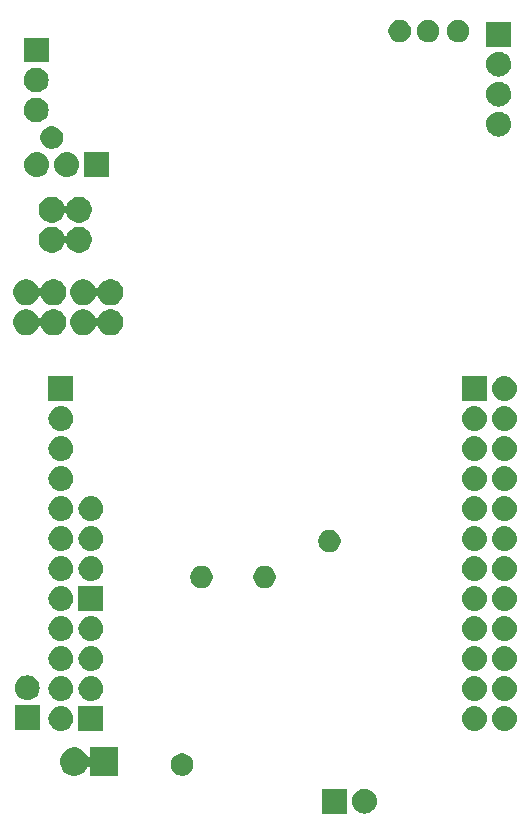
<source format=gbs>
G04 #@! TF.GenerationSoftware,KiCad,Pcbnew,5.0.2-bee76a0~70~ubuntu16.04.1*
G04 #@! TF.CreationDate,2019-09-16T22:34:13+02:00*
G04 #@! TF.ProjectId,WiRoc_NanoPi_v1,5769526f-635f-44e6-916e-6f50695f7631,rev?*
G04 #@! TF.SameCoordinates,Original*
G04 #@! TF.FileFunction,Soldermask,Bot*
G04 #@! TF.FilePolarity,Negative*
%FSLAX46Y46*%
G04 Gerber Fmt 4.6, Leading zero omitted, Abs format (unit mm)*
G04 Created by KiCad (PCBNEW 5.0.2-bee76a0~70~ubuntu16.04.1) date mån 16 sep 2019 22:34:13*
%MOMM*%
%LPD*%
G01*
G04 APERTURE LIST*
%ADD10C,0.100000*%
G04 APERTURE END LIST*
D10*
G36*
X79430107Y-112159396D02*
X79507236Y-112166993D01*
X79639187Y-112207020D01*
X79705163Y-112227033D01*
X79887572Y-112324533D01*
X80047454Y-112455746D01*
X80178667Y-112615628D01*
X80276167Y-112798037D01*
X80276167Y-112798038D01*
X80336207Y-112995964D01*
X80356480Y-113201800D01*
X80336207Y-113407636D01*
X80296180Y-113539587D01*
X80276167Y-113605563D01*
X80178667Y-113787972D01*
X80047454Y-113947854D01*
X79887572Y-114079067D01*
X79705163Y-114176567D01*
X79639187Y-114196580D01*
X79507236Y-114236607D01*
X79430107Y-114244204D01*
X79352980Y-114251800D01*
X79249820Y-114251800D01*
X79172693Y-114244204D01*
X79095564Y-114236607D01*
X78963613Y-114196580D01*
X78897637Y-114176567D01*
X78715228Y-114079067D01*
X78555346Y-113947854D01*
X78424133Y-113787972D01*
X78326633Y-113605563D01*
X78306620Y-113539587D01*
X78266593Y-113407636D01*
X78246320Y-113201800D01*
X78266593Y-112995964D01*
X78326633Y-112798038D01*
X78326633Y-112798037D01*
X78424133Y-112615628D01*
X78555346Y-112455746D01*
X78715228Y-112324533D01*
X78897637Y-112227033D01*
X78963613Y-112207020D01*
X79095564Y-112166993D01*
X79172693Y-112159396D01*
X79249820Y-112151800D01*
X79352980Y-112151800D01*
X79430107Y-112159396D01*
X79430107Y-112159396D01*
G37*
G36*
X77811400Y-114251800D02*
X75711400Y-114251800D01*
X75711400Y-112151800D01*
X77811400Y-112151800D01*
X77811400Y-114251800D01*
X77811400Y-114251800D01*
G37*
G36*
X64020452Y-109168127D02*
X64158105Y-109195508D01*
X64330994Y-109267121D01*
X64486590Y-109371087D01*
X64618913Y-109503410D01*
X64722879Y-109659006D01*
X64794492Y-109831895D01*
X64831000Y-110015433D01*
X64831000Y-110202567D01*
X64794492Y-110386105D01*
X64722879Y-110558994D01*
X64618913Y-110714590D01*
X64486590Y-110846913D01*
X64330994Y-110950879D01*
X64158105Y-111022492D01*
X64020451Y-111049873D01*
X63974568Y-111059000D01*
X63787432Y-111059000D01*
X63741549Y-111049873D01*
X63603895Y-111022492D01*
X63431006Y-110950879D01*
X63275410Y-110846913D01*
X63143087Y-110714590D01*
X63039121Y-110558994D01*
X62967508Y-110386105D01*
X62931000Y-110202567D01*
X62931000Y-110015433D01*
X62967508Y-109831895D01*
X63039121Y-109659006D01*
X63143087Y-109503410D01*
X63275410Y-109371087D01*
X63431006Y-109267121D01*
X63603895Y-109195508D01*
X63741548Y-109168127D01*
X63787432Y-109159000D01*
X63974568Y-109159000D01*
X64020452Y-109168127D01*
X64020452Y-109168127D01*
G37*
G36*
X55087026Y-108701115D02*
X55305412Y-108791573D01*
X55501958Y-108922901D01*
X55669099Y-109090042D01*
X55800427Y-109286588D01*
X55836515Y-109373712D01*
X55848066Y-109395323D01*
X55863612Y-109414265D01*
X55882554Y-109429811D01*
X55904165Y-109441362D01*
X55927614Y-109448475D01*
X55952000Y-109450877D01*
X55976386Y-109448475D01*
X55999835Y-109441362D01*
X56021446Y-109429811D01*
X56040388Y-109414265D01*
X56055934Y-109395323D01*
X56067485Y-109373712D01*
X56074598Y-109350263D01*
X56077000Y-109325877D01*
X56077000Y-108655000D01*
X58477000Y-108655000D01*
X58477000Y-111055000D01*
X56077000Y-111055000D01*
X56077000Y-110384123D01*
X56074598Y-110359737D01*
X56067485Y-110336288D01*
X56055934Y-110314677D01*
X56040388Y-110295735D01*
X56021446Y-110280189D01*
X55999835Y-110268638D01*
X55976386Y-110261525D01*
X55952000Y-110259123D01*
X55927614Y-110261525D01*
X55904165Y-110268638D01*
X55882554Y-110280189D01*
X55863612Y-110295735D01*
X55848066Y-110314677D01*
X55836515Y-110336288D01*
X55800427Y-110423412D01*
X55669099Y-110619958D01*
X55501958Y-110787099D01*
X55305412Y-110918427D01*
X55087026Y-111008885D01*
X54855191Y-111055000D01*
X54618809Y-111055000D01*
X54386974Y-111008885D01*
X54168588Y-110918427D01*
X53972042Y-110787099D01*
X53804901Y-110619958D01*
X53673573Y-110423412D01*
X53583115Y-110205026D01*
X53537000Y-109973191D01*
X53537000Y-109736809D01*
X53583115Y-109504974D01*
X53673573Y-109286588D01*
X53804901Y-109090042D01*
X53972042Y-108922901D01*
X54168588Y-108791573D01*
X54386974Y-108701115D01*
X54618809Y-108655000D01*
X54855191Y-108655000D01*
X55087026Y-108701115D01*
X55087026Y-108701115D01*
G37*
G36*
X53738707Y-105162597D02*
X53815836Y-105170193D01*
X53947787Y-105210220D01*
X54013763Y-105230233D01*
X54196172Y-105327733D01*
X54356054Y-105458946D01*
X54487267Y-105618828D01*
X54584767Y-105801237D01*
X54584767Y-105801238D01*
X54644807Y-105999164D01*
X54665080Y-106205000D01*
X54644807Y-106410836D01*
X54604780Y-106542787D01*
X54584767Y-106608763D01*
X54487267Y-106791172D01*
X54356054Y-106951054D01*
X54196172Y-107082267D01*
X54013763Y-107179767D01*
X53947787Y-107199780D01*
X53815836Y-107239807D01*
X53738707Y-107247403D01*
X53661580Y-107255000D01*
X53558420Y-107255000D01*
X53481293Y-107247403D01*
X53404164Y-107239807D01*
X53272213Y-107199780D01*
X53206237Y-107179767D01*
X53023828Y-107082267D01*
X52863946Y-106951054D01*
X52732733Y-106791172D01*
X52635233Y-106608763D01*
X52615220Y-106542787D01*
X52575193Y-106410836D01*
X52554920Y-106205000D01*
X52575193Y-105999164D01*
X52635233Y-105801238D01*
X52635233Y-105801237D01*
X52732733Y-105618828D01*
X52863946Y-105458946D01*
X53023828Y-105327733D01*
X53206237Y-105230233D01*
X53272213Y-105210220D01*
X53404164Y-105170193D01*
X53481293Y-105162597D01*
X53558420Y-105155000D01*
X53661580Y-105155000D01*
X53738707Y-105162597D01*
X53738707Y-105162597D01*
G37*
G36*
X91288707Y-105162597D02*
X91365836Y-105170193D01*
X91497787Y-105210220D01*
X91563763Y-105230233D01*
X91746172Y-105327733D01*
X91906054Y-105458946D01*
X92037267Y-105618828D01*
X92134767Y-105801237D01*
X92134767Y-105801238D01*
X92194807Y-105999164D01*
X92215080Y-106205000D01*
X92194807Y-106410836D01*
X92154780Y-106542787D01*
X92134767Y-106608763D01*
X92037267Y-106791172D01*
X91906054Y-106951054D01*
X91746172Y-107082267D01*
X91563763Y-107179767D01*
X91497787Y-107199780D01*
X91365836Y-107239807D01*
X91288707Y-107247403D01*
X91211580Y-107255000D01*
X91108420Y-107255000D01*
X91031293Y-107247403D01*
X90954164Y-107239807D01*
X90822213Y-107199780D01*
X90756237Y-107179767D01*
X90573828Y-107082267D01*
X90413946Y-106951054D01*
X90282733Y-106791172D01*
X90185233Y-106608763D01*
X90165220Y-106542787D01*
X90125193Y-106410836D01*
X90104920Y-106205000D01*
X90125193Y-105999164D01*
X90185233Y-105801238D01*
X90185233Y-105801237D01*
X90282733Y-105618828D01*
X90413946Y-105458946D01*
X90573828Y-105327733D01*
X90756237Y-105230233D01*
X90822213Y-105210220D01*
X90954164Y-105170193D01*
X91031293Y-105162597D01*
X91108420Y-105155000D01*
X91211580Y-105155000D01*
X91288707Y-105162597D01*
X91288707Y-105162597D01*
G37*
G36*
X88748707Y-105162597D02*
X88825836Y-105170193D01*
X88957787Y-105210220D01*
X89023763Y-105230233D01*
X89206172Y-105327733D01*
X89366054Y-105458946D01*
X89497267Y-105618828D01*
X89594767Y-105801237D01*
X89594767Y-105801238D01*
X89654807Y-105999164D01*
X89675080Y-106205000D01*
X89654807Y-106410836D01*
X89614780Y-106542787D01*
X89594767Y-106608763D01*
X89497267Y-106791172D01*
X89366054Y-106951054D01*
X89206172Y-107082267D01*
X89023763Y-107179767D01*
X88957787Y-107199780D01*
X88825836Y-107239807D01*
X88748707Y-107247403D01*
X88671580Y-107255000D01*
X88568420Y-107255000D01*
X88491293Y-107247403D01*
X88414164Y-107239807D01*
X88282213Y-107199780D01*
X88216237Y-107179767D01*
X88033828Y-107082267D01*
X87873946Y-106951054D01*
X87742733Y-106791172D01*
X87645233Y-106608763D01*
X87625220Y-106542787D01*
X87585193Y-106410836D01*
X87564920Y-106205000D01*
X87585193Y-105999164D01*
X87645233Y-105801238D01*
X87645233Y-105801237D01*
X87742733Y-105618828D01*
X87873946Y-105458946D01*
X88033828Y-105327733D01*
X88216237Y-105230233D01*
X88282213Y-105210220D01*
X88414164Y-105170193D01*
X88491293Y-105162597D01*
X88568420Y-105155000D01*
X88671580Y-105155000D01*
X88748707Y-105162597D01*
X88748707Y-105162597D01*
G37*
G36*
X57200000Y-107255000D02*
X55100000Y-107255000D01*
X55100000Y-105155000D01*
X57200000Y-105155000D01*
X57200000Y-107255000D01*
X57200000Y-107255000D01*
G37*
G36*
X51801800Y-107190600D02*
X49701800Y-107190600D01*
X49701800Y-105090600D01*
X51801800Y-105090600D01*
X51801800Y-107190600D01*
X51801800Y-107190600D01*
G37*
G36*
X91288707Y-102622597D02*
X91365836Y-102630193D01*
X91497787Y-102670220D01*
X91563763Y-102690233D01*
X91746172Y-102787733D01*
X91906054Y-102918946D01*
X92037267Y-103078828D01*
X92134767Y-103261237D01*
X92134767Y-103261238D01*
X92194807Y-103459164D01*
X92215080Y-103665000D01*
X92194807Y-103870836D01*
X92154780Y-104002787D01*
X92134767Y-104068763D01*
X92037267Y-104251172D01*
X91906054Y-104411054D01*
X91746172Y-104542267D01*
X91563763Y-104639767D01*
X91497787Y-104659780D01*
X91365836Y-104699807D01*
X91288707Y-104707404D01*
X91211580Y-104715000D01*
X91108420Y-104715000D01*
X91031293Y-104707404D01*
X90954164Y-104699807D01*
X90822213Y-104659780D01*
X90756237Y-104639767D01*
X90573828Y-104542267D01*
X90413946Y-104411054D01*
X90282733Y-104251172D01*
X90185233Y-104068763D01*
X90165220Y-104002787D01*
X90125193Y-103870836D01*
X90104920Y-103665000D01*
X90125193Y-103459164D01*
X90185233Y-103261238D01*
X90185233Y-103261237D01*
X90282733Y-103078828D01*
X90413946Y-102918946D01*
X90573828Y-102787733D01*
X90756237Y-102690233D01*
X90822213Y-102670220D01*
X90954164Y-102630193D01*
X91031293Y-102622597D01*
X91108420Y-102615000D01*
X91211580Y-102615000D01*
X91288707Y-102622597D01*
X91288707Y-102622597D01*
G37*
G36*
X56278707Y-102622597D02*
X56355836Y-102630193D01*
X56487787Y-102670220D01*
X56553763Y-102690233D01*
X56736172Y-102787733D01*
X56896054Y-102918946D01*
X57027267Y-103078828D01*
X57124767Y-103261237D01*
X57124767Y-103261238D01*
X57184807Y-103459164D01*
X57205080Y-103665000D01*
X57184807Y-103870836D01*
X57144780Y-104002787D01*
X57124767Y-104068763D01*
X57027267Y-104251172D01*
X56896054Y-104411054D01*
X56736172Y-104542267D01*
X56553763Y-104639767D01*
X56487787Y-104659780D01*
X56355836Y-104699807D01*
X56278707Y-104707404D01*
X56201580Y-104715000D01*
X56098420Y-104715000D01*
X56021293Y-104707404D01*
X55944164Y-104699807D01*
X55812213Y-104659780D01*
X55746237Y-104639767D01*
X55563828Y-104542267D01*
X55403946Y-104411054D01*
X55272733Y-104251172D01*
X55175233Y-104068763D01*
X55155220Y-104002787D01*
X55115193Y-103870836D01*
X55094920Y-103665000D01*
X55115193Y-103459164D01*
X55175233Y-103261238D01*
X55175233Y-103261237D01*
X55272733Y-103078828D01*
X55403946Y-102918946D01*
X55563828Y-102787733D01*
X55746237Y-102690233D01*
X55812213Y-102670220D01*
X55944164Y-102630193D01*
X56021293Y-102622597D01*
X56098420Y-102615000D01*
X56201580Y-102615000D01*
X56278707Y-102622597D01*
X56278707Y-102622597D01*
G37*
G36*
X53738707Y-102622597D02*
X53815836Y-102630193D01*
X53947787Y-102670220D01*
X54013763Y-102690233D01*
X54196172Y-102787733D01*
X54356054Y-102918946D01*
X54487267Y-103078828D01*
X54584767Y-103261237D01*
X54584767Y-103261238D01*
X54644807Y-103459164D01*
X54665080Y-103665000D01*
X54644807Y-103870836D01*
X54604780Y-104002787D01*
X54584767Y-104068763D01*
X54487267Y-104251172D01*
X54356054Y-104411054D01*
X54196172Y-104542267D01*
X54013763Y-104639767D01*
X53947787Y-104659780D01*
X53815836Y-104699807D01*
X53738707Y-104707404D01*
X53661580Y-104715000D01*
X53558420Y-104715000D01*
X53481293Y-104707404D01*
X53404164Y-104699807D01*
X53272213Y-104659780D01*
X53206237Y-104639767D01*
X53023828Y-104542267D01*
X52863946Y-104411054D01*
X52732733Y-104251172D01*
X52635233Y-104068763D01*
X52615220Y-104002787D01*
X52575193Y-103870836D01*
X52554920Y-103665000D01*
X52575193Y-103459164D01*
X52635233Y-103261238D01*
X52635233Y-103261237D01*
X52732733Y-103078828D01*
X52863946Y-102918946D01*
X53023828Y-102787733D01*
X53206237Y-102690233D01*
X53272213Y-102670220D01*
X53404164Y-102630193D01*
X53481293Y-102622597D01*
X53558420Y-102615000D01*
X53661580Y-102615000D01*
X53738707Y-102622597D01*
X53738707Y-102622597D01*
G37*
G36*
X88748707Y-102622597D02*
X88825836Y-102630193D01*
X88957787Y-102670220D01*
X89023763Y-102690233D01*
X89206172Y-102787733D01*
X89366054Y-102918946D01*
X89497267Y-103078828D01*
X89594767Y-103261237D01*
X89594767Y-103261238D01*
X89654807Y-103459164D01*
X89675080Y-103665000D01*
X89654807Y-103870836D01*
X89614780Y-104002787D01*
X89594767Y-104068763D01*
X89497267Y-104251172D01*
X89366054Y-104411054D01*
X89206172Y-104542267D01*
X89023763Y-104639767D01*
X88957787Y-104659780D01*
X88825836Y-104699807D01*
X88748707Y-104707404D01*
X88671580Y-104715000D01*
X88568420Y-104715000D01*
X88491293Y-104707404D01*
X88414164Y-104699807D01*
X88282213Y-104659780D01*
X88216237Y-104639767D01*
X88033828Y-104542267D01*
X87873946Y-104411054D01*
X87742733Y-104251172D01*
X87645233Y-104068763D01*
X87625220Y-104002787D01*
X87585193Y-103870836D01*
X87564920Y-103665000D01*
X87585193Y-103459164D01*
X87645233Y-103261238D01*
X87645233Y-103261237D01*
X87742733Y-103078828D01*
X87873946Y-102918946D01*
X88033828Y-102787733D01*
X88216237Y-102690233D01*
X88282213Y-102670220D01*
X88414164Y-102630193D01*
X88491293Y-102622597D01*
X88568420Y-102615000D01*
X88671580Y-102615000D01*
X88748707Y-102622597D01*
X88748707Y-102622597D01*
G37*
G36*
X50880507Y-102558197D02*
X50957636Y-102565793D01*
X51089587Y-102605820D01*
X51155563Y-102625833D01*
X51337972Y-102723333D01*
X51497854Y-102854546D01*
X51629067Y-103014428D01*
X51726567Y-103196837D01*
X51726567Y-103196838D01*
X51786607Y-103394764D01*
X51806880Y-103600600D01*
X51786607Y-103806436D01*
X51746580Y-103938387D01*
X51726567Y-104004363D01*
X51629067Y-104186772D01*
X51497854Y-104346654D01*
X51337972Y-104477867D01*
X51155563Y-104575367D01*
X51089587Y-104595380D01*
X50957636Y-104635407D01*
X50880507Y-104643003D01*
X50803380Y-104650600D01*
X50700220Y-104650600D01*
X50623093Y-104643003D01*
X50545964Y-104635407D01*
X50414013Y-104595380D01*
X50348037Y-104575367D01*
X50165628Y-104477867D01*
X50005746Y-104346654D01*
X49874533Y-104186772D01*
X49777033Y-104004363D01*
X49757020Y-103938387D01*
X49716993Y-103806436D01*
X49696720Y-103600600D01*
X49716993Y-103394764D01*
X49777033Y-103196838D01*
X49777033Y-103196837D01*
X49874533Y-103014428D01*
X50005746Y-102854546D01*
X50165628Y-102723333D01*
X50348037Y-102625833D01*
X50414013Y-102605820D01*
X50545964Y-102565793D01*
X50623093Y-102558197D01*
X50700220Y-102550600D01*
X50803380Y-102550600D01*
X50880507Y-102558197D01*
X50880507Y-102558197D01*
G37*
G36*
X56278707Y-100082597D02*
X56355836Y-100090193D01*
X56487787Y-100130220D01*
X56553763Y-100150233D01*
X56736172Y-100247733D01*
X56896054Y-100378946D01*
X57027267Y-100538828D01*
X57124767Y-100721237D01*
X57124767Y-100721238D01*
X57184807Y-100919164D01*
X57205080Y-101125000D01*
X57184807Y-101330836D01*
X57144780Y-101462787D01*
X57124767Y-101528763D01*
X57027267Y-101711172D01*
X56896054Y-101871054D01*
X56736172Y-102002267D01*
X56553763Y-102099767D01*
X56487787Y-102119780D01*
X56355836Y-102159807D01*
X56278707Y-102167404D01*
X56201580Y-102175000D01*
X56098420Y-102175000D01*
X56021293Y-102167404D01*
X55944164Y-102159807D01*
X55812213Y-102119780D01*
X55746237Y-102099767D01*
X55563828Y-102002267D01*
X55403946Y-101871054D01*
X55272733Y-101711172D01*
X55175233Y-101528763D01*
X55155220Y-101462787D01*
X55115193Y-101330836D01*
X55094920Y-101125000D01*
X55115193Y-100919164D01*
X55175233Y-100721238D01*
X55175233Y-100721237D01*
X55272733Y-100538828D01*
X55403946Y-100378946D01*
X55563828Y-100247733D01*
X55746237Y-100150233D01*
X55812213Y-100130220D01*
X55944164Y-100090193D01*
X56021293Y-100082597D01*
X56098420Y-100075000D01*
X56201580Y-100075000D01*
X56278707Y-100082597D01*
X56278707Y-100082597D01*
G37*
G36*
X53738707Y-100082597D02*
X53815836Y-100090193D01*
X53947787Y-100130220D01*
X54013763Y-100150233D01*
X54196172Y-100247733D01*
X54356054Y-100378946D01*
X54487267Y-100538828D01*
X54584767Y-100721237D01*
X54584767Y-100721238D01*
X54644807Y-100919164D01*
X54665080Y-101125000D01*
X54644807Y-101330836D01*
X54604780Y-101462787D01*
X54584767Y-101528763D01*
X54487267Y-101711172D01*
X54356054Y-101871054D01*
X54196172Y-102002267D01*
X54013763Y-102099767D01*
X53947787Y-102119780D01*
X53815836Y-102159807D01*
X53738707Y-102167404D01*
X53661580Y-102175000D01*
X53558420Y-102175000D01*
X53481293Y-102167404D01*
X53404164Y-102159807D01*
X53272213Y-102119780D01*
X53206237Y-102099767D01*
X53023828Y-102002267D01*
X52863946Y-101871054D01*
X52732733Y-101711172D01*
X52635233Y-101528763D01*
X52615220Y-101462787D01*
X52575193Y-101330836D01*
X52554920Y-101125000D01*
X52575193Y-100919164D01*
X52635233Y-100721238D01*
X52635233Y-100721237D01*
X52732733Y-100538828D01*
X52863946Y-100378946D01*
X53023828Y-100247733D01*
X53206237Y-100150233D01*
X53272213Y-100130220D01*
X53404164Y-100090193D01*
X53481293Y-100082597D01*
X53558420Y-100075000D01*
X53661580Y-100075000D01*
X53738707Y-100082597D01*
X53738707Y-100082597D01*
G37*
G36*
X88748707Y-100082597D02*
X88825836Y-100090193D01*
X88957787Y-100130220D01*
X89023763Y-100150233D01*
X89206172Y-100247733D01*
X89366054Y-100378946D01*
X89497267Y-100538828D01*
X89594767Y-100721237D01*
X89594767Y-100721238D01*
X89654807Y-100919164D01*
X89675080Y-101125000D01*
X89654807Y-101330836D01*
X89614780Y-101462787D01*
X89594767Y-101528763D01*
X89497267Y-101711172D01*
X89366054Y-101871054D01*
X89206172Y-102002267D01*
X89023763Y-102099767D01*
X88957787Y-102119780D01*
X88825836Y-102159807D01*
X88748707Y-102167404D01*
X88671580Y-102175000D01*
X88568420Y-102175000D01*
X88491293Y-102167404D01*
X88414164Y-102159807D01*
X88282213Y-102119780D01*
X88216237Y-102099767D01*
X88033828Y-102002267D01*
X87873946Y-101871054D01*
X87742733Y-101711172D01*
X87645233Y-101528763D01*
X87625220Y-101462787D01*
X87585193Y-101330836D01*
X87564920Y-101125000D01*
X87585193Y-100919164D01*
X87645233Y-100721238D01*
X87645233Y-100721237D01*
X87742733Y-100538828D01*
X87873946Y-100378946D01*
X88033828Y-100247733D01*
X88216237Y-100150233D01*
X88282213Y-100130220D01*
X88414164Y-100090193D01*
X88491293Y-100082597D01*
X88568420Y-100075000D01*
X88671580Y-100075000D01*
X88748707Y-100082597D01*
X88748707Y-100082597D01*
G37*
G36*
X91288707Y-100082597D02*
X91365836Y-100090193D01*
X91497787Y-100130220D01*
X91563763Y-100150233D01*
X91746172Y-100247733D01*
X91906054Y-100378946D01*
X92037267Y-100538828D01*
X92134767Y-100721237D01*
X92134767Y-100721238D01*
X92194807Y-100919164D01*
X92215080Y-101125000D01*
X92194807Y-101330836D01*
X92154780Y-101462787D01*
X92134767Y-101528763D01*
X92037267Y-101711172D01*
X91906054Y-101871054D01*
X91746172Y-102002267D01*
X91563763Y-102099767D01*
X91497787Y-102119780D01*
X91365836Y-102159807D01*
X91288707Y-102167404D01*
X91211580Y-102175000D01*
X91108420Y-102175000D01*
X91031293Y-102167404D01*
X90954164Y-102159807D01*
X90822213Y-102119780D01*
X90756237Y-102099767D01*
X90573828Y-102002267D01*
X90413946Y-101871054D01*
X90282733Y-101711172D01*
X90185233Y-101528763D01*
X90165220Y-101462787D01*
X90125193Y-101330836D01*
X90104920Y-101125000D01*
X90125193Y-100919164D01*
X90185233Y-100721238D01*
X90185233Y-100721237D01*
X90282733Y-100538828D01*
X90413946Y-100378946D01*
X90573828Y-100247733D01*
X90756237Y-100150233D01*
X90822213Y-100130220D01*
X90954164Y-100090193D01*
X91031293Y-100082597D01*
X91108420Y-100075000D01*
X91211580Y-100075000D01*
X91288707Y-100082597D01*
X91288707Y-100082597D01*
G37*
G36*
X88748707Y-97542596D02*
X88825836Y-97550193D01*
X88957787Y-97590220D01*
X89023763Y-97610233D01*
X89206172Y-97707733D01*
X89366054Y-97838946D01*
X89497267Y-97998828D01*
X89594767Y-98181237D01*
X89594767Y-98181238D01*
X89654807Y-98379164D01*
X89675080Y-98585000D01*
X89654807Y-98790836D01*
X89614780Y-98922787D01*
X89594767Y-98988763D01*
X89497267Y-99171172D01*
X89366054Y-99331054D01*
X89206172Y-99462267D01*
X89023763Y-99559767D01*
X88957787Y-99579780D01*
X88825836Y-99619807D01*
X88748707Y-99627404D01*
X88671580Y-99635000D01*
X88568420Y-99635000D01*
X88491293Y-99627404D01*
X88414164Y-99619807D01*
X88282213Y-99579780D01*
X88216237Y-99559767D01*
X88033828Y-99462267D01*
X87873946Y-99331054D01*
X87742733Y-99171172D01*
X87645233Y-98988763D01*
X87625220Y-98922787D01*
X87585193Y-98790836D01*
X87564920Y-98585000D01*
X87585193Y-98379164D01*
X87645233Y-98181238D01*
X87645233Y-98181237D01*
X87742733Y-97998828D01*
X87873946Y-97838946D01*
X88033828Y-97707733D01*
X88216237Y-97610233D01*
X88282213Y-97590220D01*
X88414164Y-97550193D01*
X88491293Y-97542596D01*
X88568420Y-97535000D01*
X88671580Y-97535000D01*
X88748707Y-97542596D01*
X88748707Y-97542596D01*
G37*
G36*
X91288707Y-97542596D02*
X91365836Y-97550193D01*
X91497787Y-97590220D01*
X91563763Y-97610233D01*
X91746172Y-97707733D01*
X91906054Y-97838946D01*
X92037267Y-97998828D01*
X92134767Y-98181237D01*
X92134767Y-98181238D01*
X92194807Y-98379164D01*
X92215080Y-98585000D01*
X92194807Y-98790836D01*
X92154780Y-98922787D01*
X92134767Y-98988763D01*
X92037267Y-99171172D01*
X91906054Y-99331054D01*
X91746172Y-99462267D01*
X91563763Y-99559767D01*
X91497787Y-99579780D01*
X91365836Y-99619807D01*
X91288707Y-99627404D01*
X91211580Y-99635000D01*
X91108420Y-99635000D01*
X91031293Y-99627404D01*
X90954164Y-99619807D01*
X90822213Y-99579780D01*
X90756237Y-99559767D01*
X90573828Y-99462267D01*
X90413946Y-99331054D01*
X90282733Y-99171172D01*
X90185233Y-98988763D01*
X90165220Y-98922787D01*
X90125193Y-98790836D01*
X90104920Y-98585000D01*
X90125193Y-98379164D01*
X90185233Y-98181238D01*
X90185233Y-98181237D01*
X90282733Y-97998828D01*
X90413946Y-97838946D01*
X90573828Y-97707733D01*
X90756237Y-97610233D01*
X90822213Y-97590220D01*
X90954164Y-97550193D01*
X91031293Y-97542596D01*
X91108420Y-97535000D01*
X91211580Y-97535000D01*
X91288707Y-97542596D01*
X91288707Y-97542596D01*
G37*
G36*
X53738707Y-97542596D02*
X53815836Y-97550193D01*
X53947787Y-97590220D01*
X54013763Y-97610233D01*
X54196172Y-97707733D01*
X54356054Y-97838946D01*
X54487267Y-97998828D01*
X54584767Y-98181237D01*
X54584767Y-98181238D01*
X54644807Y-98379164D01*
X54665080Y-98585000D01*
X54644807Y-98790836D01*
X54604780Y-98922787D01*
X54584767Y-98988763D01*
X54487267Y-99171172D01*
X54356054Y-99331054D01*
X54196172Y-99462267D01*
X54013763Y-99559767D01*
X53947787Y-99579780D01*
X53815836Y-99619807D01*
X53738707Y-99627404D01*
X53661580Y-99635000D01*
X53558420Y-99635000D01*
X53481293Y-99627404D01*
X53404164Y-99619807D01*
X53272213Y-99579780D01*
X53206237Y-99559767D01*
X53023828Y-99462267D01*
X52863946Y-99331054D01*
X52732733Y-99171172D01*
X52635233Y-98988763D01*
X52615220Y-98922787D01*
X52575193Y-98790836D01*
X52554920Y-98585000D01*
X52575193Y-98379164D01*
X52635233Y-98181238D01*
X52635233Y-98181237D01*
X52732733Y-97998828D01*
X52863946Y-97838946D01*
X53023828Y-97707733D01*
X53206237Y-97610233D01*
X53272213Y-97590220D01*
X53404164Y-97550193D01*
X53481293Y-97542596D01*
X53558420Y-97535000D01*
X53661580Y-97535000D01*
X53738707Y-97542596D01*
X53738707Y-97542596D01*
G37*
G36*
X56278707Y-97542596D02*
X56355836Y-97550193D01*
X56487787Y-97590220D01*
X56553763Y-97610233D01*
X56736172Y-97707733D01*
X56896054Y-97838946D01*
X57027267Y-97998828D01*
X57124767Y-98181237D01*
X57124767Y-98181238D01*
X57184807Y-98379164D01*
X57205080Y-98585000D01*
X57184807Y-98790836D01*
X57144780Y-98922787D01*
X57124767Y-98988763D01*
X57027267Y-99171172D01*
X56896054Y-99331054D01*
X56736172Y-99462267D01*
X56553763Y-99559767D01*
X56487787Y-99579780D01*
X56355836Y-99619807D01*
X56278707Y-99627404D01*
X56201580Y-99635000D01*
X56098420Y-99635000D01*
X56021293Y-99627404D01*
X55944164Y-99619807D01*
X55812213Y-99579780D01*
X55746237Y-99559767D01*
X55563828Y-99462267D01*
X55403946Y-99331054D01*
X55272733Y-99171172D01*
X55175233Y-98988763D01*
X55155220Y-98922787D01*
X55115193Y-98790836D01*
X55094920Y-98585000D01*
X55115193Y-98379164D01*
X55175233Y-98181238D01*
X55175233Y-98181237D01*
X55272733Y-97998828D01*
X55403946Y-97838946D01*
X55563828Y-97707733D01*
X55746237Y-97610233D01*
X55812213Y-97590220D01*
X55944164Y-97550193D01*
X56021293Y-97542596D01*
X56098420Y-97535000D01*
X56201580Y-97535000D01*
X56278707Y-97542596D01*
X56278707Y-97542596D01*
G37*
G36*
X53738707Y-95002596D02*
X53815836Y-95010193D01*
X53947787Y-95050220D01*
X54013763Y-95070233D01*
X54196172Y-95167733D01*
X54356054Y-95298946D01*
X54487267Y-95458828D01*
X54584767Y-95641237D01*
X54584767Y-95641238D01*
X54644807Y-95839164D01*
X54665080Y-96045000D01*
X54644807Y-96250836D01*
X54604780Y-96382787D01*
X54584767Y-96448763D01*
X54487267Y-96631172D01*
X54356054Y-96791054D01*
X54196172Y-96922267D01*
X54013763Y-97019767D01*
X53947787Y-97039780D01*
X53815836Y-97079807D01*
X53738707Y-97087404D01*
X53661580Y-97095000D01*
X53558420Y-97095000D01*
X53481293Y-97087404D01*
X53404164Y-97079807D01*
X53272213Y-97039780D01*
X53206237Y-97019767D01*
X53023828Y-96922267D01*
X52863946Y-96791054D01*
X52732733Y-96631172D01*
X52635233Y-96448763D01*
X52615220Y-96382787D01*
X52575193Y-96250836D01*
X52554920Y-96045000D01*
X52575193Y-95839164D01*
X52635233Y-95641238D01*
X52635233Y-95641237D01*
X52732733Y-95458828D01*
X52863946Y-95298946D01*
X53023828Y-95167733D01*
X53206237Y-95070233D01*
X53272213Y-95050220D01*
X53404164Y-95010193D01*
X53481293Y-95002596D01*
X53558420Y-94995000D01*
X53661580Y-94995000D01*
X53738707Y-95002596D01*
X53738707Y-95002596D01*
G37*
G36*
X88748707Y-95002596D02*
X88825836Y-95010193D01*
X88957787Y-95050220D01*
X89023763Y-95070233D01*
X89206172Y-95167733D01*
X89366054Y-95298946D01*
X89497267Y-95458828D01*
X89594767Y-95641237D01*
X89594767Y-95641238D01*
X89654807Y-95839164D01*
X89675080Y-96045000D01*
X89654807Y-96250836D01*
X89614780Y-96382787D01*
X89594767Y-96448763D01*
X89497267Y-96631172D01*
X89366054Y-96791054D01*
X89206172Y-96922267D01*
X89023763Y-97019767D01*
X88957787Y-97039780D01*
X88825836Y-97079807D01*
X88748707Y-97087404D01*
X88671580Y-97095000D01*
X88568420Y-97095000D01*
X88491293Y-97087404D01*
X88414164Y-97079807D01*
X88282213Y-97039780D01*
X88216237Y-97019767D01*
X88033828Y-96922267D01*
X87873946Y-96791054D01*
X87742733Y-96631172D01*
X87645233Y-96448763D01*
X87625220Y-96382787D01*
X87585193Y-96250836D01*
X87564920Y-96045000D01*
X87585193Y-95839164D01*
X87645233Y-95641238D01*
X87645233Y-95641237D01*
X87742733Y-95458828D01*
X87873946Y-95298946D01*
X88033828Y-95167733D01*
X88216237Y-95070233D01*
X88282213Y-95050220D01*
X88414164Y-95010193D01*
X88491293Y-95002596D01*
X88568420Y-94995000D01*
X88671580Y-94995000D01*
X88748707Y-95002596D01*
X88748707Y-95002596D01*
G37*
G36*
X91288707Y-95002596D02*
X91365836Y-95010193D01*
X91497787Y-95050220D01*
X91563763Y-95070233D01*
X91746172Y-95167733D01*
X91906054Y-95298946D01*
X92037267Y-95458828D01*
X92134767Y-95641237D01*
X92134767Y-95641238D01*
X92194807Y-95839164D01*
X92215080Y-96045000D01*
X92194807Y-96250836D01*
X92154780Y-96382787D01*
X92134767Y-96448763D01*
X92037267Y-96631172D01*
X91906054Y-96791054D01*
X91746172Y-96922267D01*
X91563763Y-97019767D01*
X91497787Y-97039780D01*
X91365836Y-97079807D01*
X91288707Y-97087404D01*
X91211580Y-97095000D01*
X91108420Y-97095000D01*
X91031293Y-97087404D01*
X90954164Y-97079807D01*
X90822213Y-97039780D01*
X90756237Y-97019767D01*
X90573828Y-96922267D01*
X90413946Y-96791054D01*
X90282733Y-96631172D01*
X90185233Y-96448763D01*
X90165220Y-96382787D01*
X90125193Y-96250836D01*
X90104920Y-96045000D01*
X90125193Y-95839164D01*
X90185233Y-95641238D01*
X90185233Y-95641237D01*
X90282733Y-95458828D01*
X90413946Y-95298946D01*
X90573828Y-95167733D01*
X90756237Y-95070233D01*
X90822213Y-95050220D01*
X90954164Y-95010193D01*
X91031293Y-95002596D01*
X91108420Y-94995000D01*
X91211580Y-94995000D01*
X91288707Y-95002596D01*
X91288707Y-95002596D01*
G37*
G36*
X57200000Y-97095000D02*
X55100000Y-97095000D01*
X55100000Y-94995000D01*
X57200000Y-94995000D01*
X57200000Y-97095000D01*
X57200000Y-97095000D01*
G37*
G36*
X70989451Y-93293127D02*
X71127105Y-93320508D01*
X71299994Y-93392121D01*
X71455590Y-93496087D01*
X71587913Y-93628410D01*
X71691879Y-93784006D01*
X71763492Y-93956895D01*
X71800000Y-94140433D01*
X71800000Y-94327567D01*
X71763492Y-94511105D01*
X71691879Y-94683994D01*
X71587913Y-94839590D01*
X71455590Y-94971913D01*
X71299994Y-95075879D01*
X71127105Y-95147492D01*
X70989452Y-95174873D01*
X70943568Y-95184000D01*
X70756432Y-95184000D01*
X70710549Y-95174873D01*
X70572895Y-95147492D01*
X70400006Y-95075879D01*
X70244410Y-94971913D01*
X70112087Y-94839590D01*
X70008121Y-94683994D01*
X69936508Y-94511105D01*
X69900000Y-94327567D01*
X69900000Y-94140433D01*
X69936508Y-93956895D01*
X70008121Y-93784006D01*
X70112087Y-93628410D01*
X70244410Y-93496087D01*
X70400006Y-93392121D01*
X70572895Y-93320508D01*
X70710549Y-93293127D01*
X70756432Y-93284000D01*
X70943568Y-93284000D01*
X70989451Y-93293127D01*
X70989451Y-93293127D01*
G37*
G36*
X65643451Y-93293127D02*
X65781105Y-93320508D01*
X65953994Y-93392121D01*
X66109590Y-93496087D01*
X66241913Y-93628410D01*
X66345879Y-93784006D01*
X66417492Y-93956895D01*
X66454000Y-94140433D01*
X66454000Y-94327567D01*
X66417492Y-94511105D01*
X66345879Y-94683994D01*
X66241913Y-94839590D01*
X66109590Y-94971913D01*
X65953994Y-95075879D01*
X65781105Y-95147492D01*
X65643452Y-95174873D01*
X65597568Y-95184000D01*
X65410432Y-95184000D01*
X65364549Y-95174873D01*
X65226895Y-95147492D01*
X65054006Y-95075879D01*
X64898410Y-94971913D01*
X64766087Y-94839590D01*
X64662121Y-94683994D01*
X64590508Y-94511105D01*
X64554000Y-94327567D01*
X64554000Y-94140433D01*
X64590508Y-93956895D01*
X64662121Y-93784006D01*
X64766087Y-93628410D01*
X64898410Y-93496087D01*
X65054006Y-93392121D01*
X65226895Y-93320508D01*
X65364549Y-93293127D01*
X65410432Y-93284000D01*
X65597568Y-93284000D01*
X65643451Y-93293127D01*
X65643451Y-93293127D01*
G37*
G36*
X88748707Y-92462597D02*
X88825836Y-92470193D01*
X88957787Y-92510220D01*
X89023763Y-92530233D01*
X89206172Y-92627733D01*
X89366054Y-92758946D01*
X89497267Y-92918828D01*
X89594767Y-93101237D01*
X89594767Y-93101238D01*
X89654807Y-93299164D01*
X89675080Y-93505000D01*
X89654807Y-93710836D01*
X89632611Y-93784006D01*
X89594767Y-93908763D01*
X89497267Y-94091172D01*
X89366054Y-94251054D01*
X89206172Y-94382267D01*
X89023763Y-94479767D01*
X88957787Y-94499780D01*
X88825836Y-94539807D01*
X88748707Y-94547404D01*
X88671580Y-94555000D01*
X88568420Y-94555000D01*
X88491293Y-94547404D01*
X88414164Y-94539807D01*
X88282213Y-94499780D01*
X88216237Y-94479767D01*
X88033828Y-94382267D01*
X87873946Y-94251054D01*
X87742733Y-94091172D01*
X87645233Y-93908763D01*
X87607389Y-93784006D01*
X87585193Y-93710836D01*
X87564920Y-93505000D01*
X87585193Y-93299164D01*
X87645233Y-93101238D01*
X87645233Y-93101237D01*
X87742733Y-92918828D01*
X87873946Y-92758946D01*
X88033828Y-92627733D01*
X88216237Y-92530233D01*
X88282213Y-92510220D01*
X88414164Y-92470193D01*
X88491293Y-92462597D01*
X88568420Y-92455000D01*
X88671580Y-92455000D01*
X88748707Y-92462597D01*
X88748707Y-92462597D01*
G37*
G36*
X91288707Y-92462597D02*
X91365836Y-92470193D01*
X91497787Y-92510220D01*
X91563763Y-92530233D01*
X91746172Y-92627733D01*
X91906054Y-92758946D01*
X92037267Y-92918828D01*
X92134767Y-93101237D01*
X92134767Y-93101238D01*
X92194807Y-93299164D01*
X92215080Y-93505000D01*
X92194807Y-93710836D01*
X92172611Y-93784006D01*
X92134767Y-93908763D01*
X92037267Y-94091172D01*
X91906054Y-94251054D01*
X91746172Y-94382267D01*
X91563763Y-94479767D01*
X91497787Y-94499780D01*
X91365836Y-94539807D01*
X91288707Y-94547404D01*
X91211580Y-94555000D01*
X91108420Y-94555000D01*
X91031293Y-94547404D01*
X90954164Y-94539807D01*
X90822213Y-94499780D01*
X90756237Y-94479767D01*
X90573828Y-94382267D01*
X90413946Y-94251054D01*
X90282733Y-94091172D01*
X90185233Y-93908763D01*
X90147389Y-93784006D01*
X90125193Y-93710836D01*
X90104920Y-93505000D01*
X90125193Y-93299164D01*
X90185233Y-93101238D01*
X90185233Y-93101237D01*
X90282733Y-92918828D01*
X90413946Y-92758946D01*
X90573828Y-92627733D01*
X90756237Y-92530233D01*
X90822213Y-92510220D01*
X90954164Y-92470193D01*
X91031293Y-92462597D01*
X91108420Y-92455000D01*
X91211580Y-92455000D01*
X91288707Y-92462597D01*
X91288707Y-92462597D01*
G37*
G36*
X53738707Y-92462597D02*
X53815836Y-92470193D01*
X53947787Y-92510220D01*
X54013763Y-92530233D01*
X54196172Y-92627733D01*
X54356054Y-92758946D01*
X54487267Y-92918828D01*
X54584767Y-93101237D01*
X54584767Y-93101238D01*
X54644807Y-93299164D01*
X54665080Y-93505000D01*
X54644807Y-93710836D01*
X54622611Y-93784006D01*
X54584767Y-93908763D01*
X54487267Y-94091172D01*
X54356054Y-94251054D01*
X54196172Y-94382267D01*
X54013763Y-94479767D01*
X53947787Y-94499780D01*
X53815836Y-94539807D01*
X53738707Y-94547404D01*
X53661580Y-94555000D01*
X53558420Y-94555000D01*
X53481293Y-94547404D01*
X53404164Y-94539807D01*
X53272213Y-94499780D01*
X53206237Y-94479767D01*
X53023828Y-94382267D01*
X52863946Y-94251054D01*
X52732733Y-94091172D01*
X52635233Y-93908763D01*
X52597389Y-93784006D01*
X52575193Y-93710836D01*
X52554920Y-93505000D01*
X52575193Y-93299164D01*
X52635233Y-93101238D01*
X52635233Y-93101237D01*
X52732733Y-92918828D01*
X52863946Y-92758946D01*
X53023828Y-92627733D01*
X53206237Y-92530233D01*
X53272213Y-92510220D01*
X53404164Y-92470193D01*
X53481293Y-92462597D01*
X53558420Y-92455000D01*
X53661580Y-92455000D01*
X53738707Y-92462597D01*
X53738707Y-92462597D01*
G37*
G36*
X56278707Y-92462597D02*
X56355836Y-92470193D01*
X56487787Y-92510220D01*
X56553763Y-92530233D01*
X56736172Y-92627733D01*
X56896054Y-92758946D01*
X57027267Y-92918828D01*
X57124767Y-93101237D01*
X57124767Y-93101238D01*
X57184807Y-93299164D01*
X57205080Y-93505000D01*
X57184807Y-93710836D01*
X57162611Y-93784006D01*
X57124767Y-93908763D01*
X57027267Y-94091172D01*
X56896054Y-94251054D01*
X56736172Y-94382267D01*
X56553763Y-94479767D01*
X56487787Y-94499780D01*
X56355836Y-94539807D01*
X56278707Y-94547404D01*
X56201580Y-94555000D01*
X56098420Y-94555000D01*
X56021293Y-94547404D01*
X55944164Y-94539807D01*
X55812213Y-94499780D01*
X55746237Y-94479767D01*
X55563828Y-94382267D01*
X55403946Y-94251054D01*
X55272733Y-94091172D01*
X55175233Y-93908763D01*
X55137389Y-93784006D01*
X55115193Y-93710836D01*
X55094920Y-93505000D01*
X55115193Y-93299164D01*
X55175233Y-93101238D01*
X55175233Y-93101237D01*
X55272733Y-92918828D01*
X55403946Y-92758946D01*
X55563828Y-92627733D01*
X55746237Y-92530233D01*
X55812213Y-92510220D01*
X55944164Y-92470193D01*
X56021293Y-92462597D01*
X56098420Y-92455000D01*
X56201580Y-92455000D01*
X56278707Y-92462597D01*
X56278707Y-92462597D01*
G37*
G36*
X76473451Y-90229127D02*
X76611105Y-90256508D01*
X76783994Y-90328121D01*
X76939590Y-90432087D01*
X77071913Y-90564410D01*
X77175879Y-90720006D01*
X77247492Y-90892895D01*
X77284000Y-91076433D01*
X77284000Y-91263567D01*
X77247492Y-91447105D01*
X77175879Y-91619994D01*
X77071913Y-91775590D01*
X76939590Y-91907913D01*
X76783994Y-92011879D01*
X76611105Y-92083492D01*
X76473452Y-92110873D01*
X76427568Y-92120000D01*
X76240432Y-92120000D01*
X76194549Y-92110873D01*
X76056895Y-92083492D01*
X75884006Y-92011879D01*
X75728410Y-91907913D01*
X75596087Y-91775590D01*
X75492121Y-91619994D01*
X75420508Y-91447105D01*
X75384000Y-91263567D01*
X75384000Y-91076433D01*
X75420508Y-90892895D01*
X75492121Y-90720006D01*
X75596087Y-90564410D01*
X75728410Y-90432087D01*
X75884006Y-90328121D01*
X76056895Y-90256508D01*
X76194549Y-90229127D01*
X76240432Y-90220000D01*
X76427568Y-90220000D01*
X76473451Y-90229127D01*
X76473451Y-90229127D01*
G37*
G36*
X88748707Y-89922596D02*
X88825836Y-89930193D01*
X88957787Y-89970220D01*
X89023763Y-89990233D01*
X89206172Y-90087733D01*
X89366054Y-90218946D01*
X89497267Y-90378828D01*
X89594767Y-90561237D01*
X89614780Y-90627213D01*
X89654807Y-90759164D01*
X89675080Y-90965000D01*
X89654807Y-91170836D01*
X89626677Y-91263567D01*
X89594767Y-91368763D01*
X89497267Y-91551172D01*
X89366054Y-91711054D01*
X89206172Y-91842267D01*
X89023763Y-91939767D01*
X88957787Y-91959780D01*
X88825836Y-91999807D01*
X88748707Y-92007403D01*
X88671580Y-92015000D01*
X88568420Y-92015000D01*
X88491293Y-92007403D01*
X88414164Y-91999807D01*
X88282213Y-91959780D01*
X88216237Y-91939767D01*
X88033828Y-91842267D01*
X87873946Y-91711054D01*
X87742733Y-91551172D01*
X87645233Y-91368763D01*
X87613323Y-91263567D01*
X87585193Y-91170836D01*
X87564920Y-90965000D01*
X87585193Y-90759164D01*
X87625220Y-90627213D01*
X87645233Y-90561237D01*
X87742733Y-90378828D01*
X87873946Y-90218946D01*
X88033828Y-90087733D01*
X88216237Y-89990233D01*
X88282213Y-89970220D01*
X88414164Y-89930193D01*
X88491293Y-89922596D01*
X88568420Y-89915000D01*
X88671580Y-89915000D01*
X88748707Y-89922596D01*
X88748707Y-89922596D01*
G37*
G36*
X53738707Y-89922596D02*
X53815836Y-89930193D01*
X53947787Y-89970220D01*
X54013763Y-89990233D01*
X54196172Y-90087733D01*
X54356054Y-90218946D01*
X54487267Y-90378828D01*
X54584767Y-90561237D01*
X54604780Y-90627213D01*
X54644807Y-90759164D01*
X54665080Y-90965000D01*
X54644807Y-91170836D01*
X54616677Y-91263567D01*
X54584767Y-91368763D01*
X54487267Y-91551172D01*
X54356054Y-91711054D01*
X54196172Y-91842267D01*
X54013763Y-91939767D01*
X53947787Y-91959780D01*
X53815836Y-91999807D01*
X53738707Y-92007403D01*
X53661580Y-92015000D01*
X53558420Y-92015000D01*
X53481293Y-92007403D01*
X53404164Y-91999807D01*
X53272213Y-91959780D01*
X53206237Y-91939767D01*
X53023828Y-91842267D01*
X52863946Y-91711054D01*
X52732733Y-91551172D01*
X52635233Y-91368763D01*
X52603323Y-91263567D01*
X52575193Y-91170836D01*
X52554920Y-90965000D01*
X52575193Y-90759164D01*
X52615220Y-90627213D01*
X52635233Y-90561237D01*
X52732733Y-90378828D01*
X52863946Y-90218946D01*
X53023828Y-90087733D01*
X53206237Y-89990233D01*
X53272213Y-89970220D01*
X53404164Y-89930193D01*
X53481293Y-89922596D01*
X53558420Y-89915000D01*
X53661580Y-89915000D01*
X53738707Y-89922596D01*
X53738707Y-89922596D01*
G37*
G36*
X56278707Y-89922596D02*
X56355836Y-89930193D01*
X56487787Y-89970220D01*
X56553763Y-89990233D01*
X56736172Y-90087733D01*
X56896054Y-90218946D01*
X57027267Y-90378828D01*
X57124767Y-90561237D01*
X57144780Y-90627213D01*
X57184807Y-90759164D01*
X57205080Y-90965000D01*
X57184807Y-91170836D01*
X57156677Y-91263567D01*
X57124767Y-91368763D01*
X57027267Y-91551172D01*
X56896054Y-91711054D01*
X56736172Y-91842267D01*
X56553763Y-91939767D01*
X56487787Y-91959780D01*
X56355836Y-91999807D01*
X56278707Y-92007403D01*
X56201580Y-92015000D01*
X56098420Y-92015000D01*
X56021293Y-92007403D01*
X55944164Y-91999807D01*
X55812213Y-91959780D01*
X55746237Y-91939767D01*
X55563828Y-91842267D01*
X55403946Y-91711054D01*
X55272733Y-91551172D01*
X55175233Y-91368763D01*
X55143323Y-91263567D01*
X55115193Y-91170836D01*
X55094920Y-90965000D01*
X55115193Y-90759164D01*
X55155220Y-90627213D01*
X55175233Y-90561237D01*
X55272733Y-90378828D01*
X55403946Y-90218946D01*
X55563828Y-90087733D01*
X55746237Y-89990233D01*
X55812213Y-89970220D01*
X55944164Y-89930193D01*
X56021293Y-89922596D01*
X56098420Y-89915000D01*
X56201580Y-89915000D01*
X56278707Y-89922596D01*
X56278707Y-89922596D01*
G37*
G36*
X91288707Y-89922596D02*
X91365836Y-89930193D01*
X91497787Y-89970220D01*
X91563763Y-89990233D01*
X91746172Y-90087733D01*
X91906054Y-90218946D01*
X92037267Y-90378828D01*
X92134767Y-90561237D01*
X92154780Y-90627213D01*
X92194807Y-90759164D01*
X92215080Y-90965000D01*
X92194807Y-91170836D01*
X92166677Y-91263567D01*
X92134767Y-91368763D01*
X92037267Y-91551172D01*
X91906054Y-91711054D01*
X91746172Y-91842267D01*
X91563763Y-91939767D01*
X91497787Y-91959780D01*
X91365836Y-91999807D01*
X91288707Y-92007403D01*
X91211580Y-92015000D01*
X91108420Y-92015000D01*
X91031293Y-92007403D01*
X90954164Y-91999807D01*
X90822213Y-91959780D01*
X90756237Y-91939767D01*
X90573828Y-91842267D01*
X90413946Y-91711054D01*
X90282733Y-91551172D01*
X90185233Y-91368763D01*
X90153323Y-91263567D01*
X90125193Y-91170836D01*
X90104920Y-90965000D01*
X90125193Y-90759164D01*
X90165220Y-90627213D01*
X90185233Y-90561237D01*
X90282733Y-90378828D01*
X90413946Y-90218946D01*
X90573828Y-90087733D01*
X90756237Y-89990233D01*
X90822213Y-89970220D01*
X90954164Y-89930193D01*
X91031293Y-89922596D01*
X91108420Y-89915000D01*
X91211580Y-89915000D01*
X91288707Y-89922596D01*
X91288707Y-89922596D01*
G37*
G36*
X88748707Y-87382597D02*
X88825836Y-87390193D01*
X88957787Y-87430220D01*
X89023763Y-87450233D01*
X89206172Y-87547733D01*
X89366054Y-87678946D01*
X89497267Y-87838828D01*
X89594767Y-88021237D01*
X89594767Y-88021238D01*
X89654807Y-88219164D01*
X89675080Y-88425000D01*
X89654807Y-88630836D01*
X89614780Y-88762787D01*
X89594767Y-88828763D01*
X89497267Y-89011172D01*
X89366054Y-89171054D01*
X89206172Y-89302267D01*
X89023763Y-89399767D01*
X88957787Y-89419780D01*
X88825836Y-89459807D01*
X88748707Y-89467403D01*
X88671580Y-89475000D01*
X88568420Y-89475000D01*
X88491293Y-89467403D01*
X88414164Y-89459807D01*
X88282213Y-89419780D01*
X88216237Y-89399767D01*
X88033828Y-89302267D01*
X87873946Y-89171054D01*
X87742733Y-89011172D01*
X87645233Y-88828763D01*
X87625220Y-88762787D01*
X87585193Y-88630836D01*
X87564920Y-88425000D01*
X87585193Y-88219164D01*
X87645233Y-88021238D01*
X87645233Y-88021237D01*
X87742733Y-87838828D01*
X87873946Y-87678946D01*
X88033828Y-87547733D01*
X88216237Y-87450233D01*
X88282213Y-87430220D01*
X88414164Y-87390193D01*
X88491293Y-87382597D01*
X88568420Y-87375000D01*
X88671580Y-87375000D01*
X88748707Y-87382597D01*
X88748707Y-87382597D01*
G37*
G36*
X91288707Y-87382597D02*
X91365836Y-87390193D01*
X91497787Y-87430220D01*
X91563763Y-87450233D01*
X91746172Y-87547733D01*
X91906054Y-87678946D01*
X92037267Y-87838828D01*
X92134767Y-88021237D01*
X92134767Y-88021238D01*
X92194807Y-88219164D01*
X92215080Y-88425000D01*
X92194807Y-88630836D01*
X92154780Y-88762787D01*
X92134767Y-88828763D01*
X92037267Y-89011172D01*
X91906054Y-89171054D01*
X91746172Y-89302267D01*
X91563763Y-89399767D01*
X91497787Y-89419780D01*
X91365836Y-89459807D01*
X91288707Y-89467403D01*
X91211580Y-89475000D01*
X91108420Y-89475000D01*
X91031293Y-89467403D01*
X90954164Y-89459807D01*
X90822213Y-89419780D01*
X90756237Y-89399767D01*
X90573828Y-89302267D01*
X90413946Y-89171054D01*
X90282733Y-89011172D01*
X90185233Y-88828763D01*
X90165220Y-88762787D01*
X90125193Y-88630836D01*
X90104920Y-88425000D01*
X90125193Y-88219164D01*
X90185233Y-88021238D01*
X90185233Y-88021237D01*
X90282733Y-87838828D01*
X90413946Y-87678946D01*
X90573828Y-87547733D01*
X90756237Y-87450233D01*
X90822213Y-87430220D01*
X90954164Y-87390193D01*
X91031293Y-87382597D01*
X91108420Y-87375000D01*
X91211580Y-87375000D01*
X91288707Y-87382597D01*
X91288707Y-87382597D01*
G37*
G36*
X53738707Y-87382597D02*
X53815836Y-87390193D01*
X53947787Y-87430220D01*
X54013763Y-87450233D01*
X54196172Y-87547733D01*
X54356054Y-87678946D01*
X54487267Y-87838828D01*
X54584767Y-88021237D01*
X54584767Y-88021238D01*
X54644807Y-88219164D01*
X54665080Y-88425000D01*
X54644807Y-88630836D01*
X54604780Y-88762787D01*
X54584767Y-88828763D01*
X54487267Y-89011172D01*
X54356054Y-89171054D01*
X54196172Y-89302267D01*
X54013763Y-89399767D01*
X53947787Y-89419780D01*
X53815836Y-89459807D01*
X53738707Y-89467403D01*
X53661580Y-89475000D01*
X53558420Y-89475000D01*
X53481293Y-89467403D01*
X53404164Y-89459807D01*
X53272213Y-89419780D01*
X53206237Y-89399767D01*
X53023828Y-89302267D01*
X52863946Y-89171054D01*
X52732733Y-89011172D01*
X52635233Y-88828763D01*
X52615220Y-88762787D01*
X52575193Y-88630836D01*
X52554920Y-88425000D01*
X52575193Y-88219164D01*
X52635233Y-88021238D01*
X52635233Y-88021237D01*
X52732733Y-87838828D01*
X52863946Y-87678946D01*
X53023828Y-87547733D01*
X53206237Y-87450233D01*
X53272213Y-87430220D01*
X53404164Y-87390193D01*
X53481293Y-87382597D01*
X53558420Y-87375000D01*
X53661580Y-87375000D01*
X53738707Y-87382597D01*
X53738707Y-87382597D01*
G37*
G36*
X56278707Y-87382597D02*
X56355836Y-87390193D01*
X56487787Y-87430220D01*
X56553763Y-87450233D01*
X56736172Y-87547733D01*
X56896054Y-87678946D01*
X57027267Y-87838828D01*
X57124767Y-88021237D01*
X57124767Y-88021238D01*
X57184807Y-88219164D01*
X57205080Y-88425000D01*
X57184807Y-88630836D01*
X57144780Y-88762787D01*
X57124767Y-88828763D01*
X57027267Y-89011172D01*
X56896054Y-89171054D01*
X56736172Y-89302267D01*
X56553763Y-89399767D01*
X56487787Y-89419780D01*
X56355836Y-89459807D01*
X56278707Y-89467403D01*
X56201580Y-89475000D01*
X56098420Y-89475000D01*
X56021293Y-89467403D01*
X55944164Y-89459807D01*
X55812213Y-89419780D01*
X55746237Y-89399767D01*
X55563828Y-89302267D01*
X55403946Y-89171054D01*
X55272733Y-89011172D01*
X55175233Y-88828763D01*
X55155220Y-88762787D01*
X55115193Y-88630836D01*
X55094920Y-88425000D01*
X55115193Y-88219164D01*
X55175233Y-88021238D01*
X55175233Y-88021237D01*
X55272733Y-87838828D01*
X55403946Y-87678946D01*
X55563828Y-87547733D01*
X55746237Y-87450233D01*
X55812213Y-87430220D01*
X55944164Y-87390193D01*
X56021293Y-87382597D01*
X56098420Y-87375000D01*
X56201580Y-87375000D01*
X56278707Y-87382597D01*
X56278707Y-87382597D01*
G37*
G36*
X53738707Y-84842596D02*
X53815836Y-84850193D01*
X53947787Y-84890220D01*
X54013763Y-84910233D01*
X54196172Y-85007733D01*
X54356054Y-85138946D01*
X54487267Y-85298828D01*
X54584767Y-85481237D01*
X54584767Y-85481238D01*
X54644807Y-85679164D01*
X54665080Y-85885000D01*
X54644807Y-86090836D01*
X54604780Y-86222787D01*
X54584767Y-86288763D01*
X54487267Y-86471172D01*
X54356054Y-86631054D01*
X54196172Y-86762267D01*
X54013763Y-86859767D01*
X53947787Y-86879780D01*
X53815836Y-86919807D01*
X53738707Y-86927403D01*
X53661580Y-86935000D01*
X53558420Y-86935000D01*
X53481293Y-86927403D01*
X53404164Y-86919807D01*
X53272213Y-86879780D01*
X53206237Y-86859767D01*
X53023828Y-86762267D01*
X52863946Y-86631054D01*
X52732733Y-86471172D01*
X52635233Y-86288763D01*
X52615220Y-86222787D01*
X52575193Y-86090836D01*
X52554920Y-85885000D01*
X52575193Y-85679164D01*
X52635233Y-85481238D01*
X52635233Y-85481237D01*
X52732733Y-85298828D01*
X52863946Y-85138946D01*
X53023828Y-85007733D01*
X53206237Y-84910233D01*
X53272213Y-84890220D01*
X53404164Y-84850193D01*
X53481293Y-84842596D01*
X53558420Y-84835000D01*
X53661580Y-84835000D01*
X53738707Y-84842596D01*
X53738707Y-84842596D01*
G37*
G36*
X88748707Y-84842596D02*
X88825836Y-84850193D01*
X88957787Y-84890220D01*
X89023763Y-84910233D01*
X89206172Y-85007733D01*
X89366054Y-85138946D01*
X89497267Y-85298828D01*
X89594767Y-85481237D01*
X89594767Y-85481238D01*
X89654807Y-85679164D01*
X89675080Y-85885000D01*
X89654807Y-86090836D01*
X89614780Y-86222787D01*
X89594767Y-86288763D01*
X89497267Y-86471172D01*
X89366054Y-86631054D01*
X89206172Y-86762267D01*
X89023763Y-86859767D01*
X88957787Y-86879780D01*
X88825836Y-86919807D01*
X88748707Y-86927403D01*
X88671580Y-86935000D01*
X88568420Y-86935000D01*
X88491293Y-86927403D01*
X88414164Y-86919807D01*
X88282213Y-86879780D01*
X88216237Y-86859767D01*
X88033828Y-86762267D01*
X87873946Y-86631054D01*
X87742733Y-86471172D01*
X87645233Y-86288763D01*
X87625220Y-86222787D01*
X87585193Y-86090836D01*
X87564920Y-85885000D01*
X87585193Y-85679164D01*
X87645233Y-85481238D01*
X87645233Y-85481237D01*
X87742733Y-85298828D01*
X87873946Y-85138946D01*
X88033828Y-85007733D01*
X88216237Y-84910233D01*
X88282213Y-84890220D01*
X88414164Y-84850193D01*
X88491293Y-84842596D01*
X88568420Y-84835000D01*
X88671580Y-84835000D01*
X88748707Y-84842596D01*
X88748707Y-84842596D01*
G37*
G36*
X91288707Y-84842596D02*
X91365836Y-84850193D01*
X91497787Y-84890220D01*
X91563763Y-84910233D01*
X91746172Y-85007733D01*
X91906054Y-85138946D01*
X92037267Y-85298828D01*
X92134767Y-85481237D01*
X92134767Y-85481238D01*
X92194807Y-85679164D01*
X92215080Y-85885000D01*
X92194807Y-86090836D01*
X92154780Y-86222787D01*
X92134767Y-86288763D01*
X92037267Y-86471172D01*
X91906054Y-86631054D01*
X91746172Y-86762267D01*
X91563763Y-86859767D01*
X91497787Y-86879780D01*
X91365836Y-86919807D01*
X91288707Y-86927403D01*
X91211580Y-86935000D01*
X91108420Y-86935000D01*
X91031293Y-86927403D01*
X90954164Y-86919807D01*
X90822213Y-86879780D01*
X90756237Y-86859767D01*
X90573828Y-86762267D01*
X90413946Y-86631054D01*
X90282733Y-86471172D01*
X90185233Y-86288763D01*
X90165220Y-86222787D01*
X90125193Y-86090836D01*
X90104920Y-85885000D01*
X90125193Y-85679164D01*
X90185233Y-85481238D01*
X90185233Y-85481237D01*
X90282733Y-85298828D01*
X90413946Y-85138946D01*
X90573828Y-85007733D01*
X90756237Y-84910233D01*
X90822213Y-84890220D01*
X90954164Y-84850193D01*
X91031293Y-84842596D01*
X91108420Y-84835000D01*
X91211580Y-84835000D01*
X91288707Y-84842596D01*
X91288707Y-84842596D01*
G37*
G36*
X88748707Y-82302597D02*
X88825836Y-82310193D01*
X88957787Y-82350220D01*
X89023763Y-82370233D01*
X89206172Y-82467733D01*
X89366054Y-82598946D01*
X89497267Y-82758828D01*
X89594767Y-82941237D01*
X89594767Y-82941238D01*
X89654807Y-83139164D01*
X89675080Y-83345000D01*
X89654807Y-83550836D01*
X89614780Y-83682787D01*
X89594767Y-83748763D01*
X89497267Y-83931172D01*
X89366054Y-84091054D01*
X89206172Y-84222267D01*
X89023763Y-84319767D01*
X88957787Y-84339780D01*
X88825836Y-84379807D01*
X88748707Y-84387404D01*
X88671580Y-84395000D01*
X88568420Y-84395000D01*
X88491293Y-84387404D01*
X88414164Y-84379807D01*
X88282213Y-84339780D01*
X88216237Y-84319767D01*
X88033828Y-84222267D01*
X87873946Y-84091054D01*
X87742733Y-83931172D01*
X87645233Y-83748763D01*
X87625220Y-83682787D01*
X87585193Y-83550836D01*
X87564920Y-83345000D01*
X87585193Y-83139164D01*
X87645233Y-82941238D01*
X87645233Y-82941237D01*
X87742733Y-82758828D01*
X87873946Y-82598946D01*
X88033828Y-82467733D01*
X88216237Y-82370233D01*
X88282213Y-82350220D01*
X88414164Y-82310193D01*
X88491293Y-82302597D01*
X88568420Y-82295000D01*
X88671580Y-82295000D01*
X88748707Y-82302597D01*
X88748707Y-82302597D01*
G37*
G36*
X91288707Y-82302597D02*
X91365836Y-82310193D01*
X91497787Y-82350220D01*
X91563763Y-82370233D01*
X91746172Y-82467733D01*
X91906054Y-82598946D01*
X92037267Y-82758828D01*
X92134767Y-82941237D01*
X92134767Y-82941238D01*
X92194807Y-83139164D01*
X92215080Y-83345000D01*
X92194807Y-83550836D01*
X92154780Y-83682787D01*
X92134767Y-83748763D01*
X92037267Y-83931172D01*
X91906054Y-84091054D01*
X91746172Y-84222267D01*
X91563763Y-84319767D01*
X91497787Y-84339780D01*
X91365836Y-84379807D01*
X91288707Y-84387404D01*
X91211580Y-84395000D01*
X91108420Y-84395000D01*
X91031293Y-84387404D01*
X90954164Y-84379807D01*
X90822213Y-84339780D01*
X90756237Y-84319767D01*
X90573828Y-84222267D01*
X90413946Y-84091054D01*
X90282733Y-83931172D01*
X90185233Y-83748763D01*
X90165220Y-83682787D01*
X90125193Y-83550836D01*
X90104920Y-83345000D01*
X90125193Y-83139164D01*
X90185233Y-82941238D01*
X90185233Y-82941237D01*
X90282733Y-82758828D01*
X90413946Y-82598946D01*
X90573828Y-82467733D01*
X90756237Y-82370233D01*
X90822213Y-82350220D01*
X90954164Y-82310193D01*
X91031293Y-82302597D01*
X91108420Y-82295000D01*
X91211580Y-82295000D01*
X91288707Y-82302597D01*
X91288707Y-82302597D01*
G37*
G36*
X53738707Y-82302597D02*
X53815836Y-82310193D01*
X53947787Y-82350220D01*
X54013763Y-82370233D01*
X54196172Y-82467733D01*
X54356054Y-82598946D01*
X54487267Y-82758828D01*
X54584767Y-82941237D01*
X54584767Y-82941238D01*
X54644807Y-83139164D01*
X54665080Y-83345000D01*
X54644807Y-83550836D01*
X54604780Y-83682787D01*
X54584767Y-83748763D01*
X54487267Y-83931172D01*
X54356054Y-84091054D01*
X54196172Y-84222267D01*
X54013763Y-84319767D01*
X53947787Y-84339780D01*
X53815836Y-84379807D01*
X53738707Y-84387404D01*
X53661580Y-84395000D01*
X53558420Y-84395000D01*
X53481293Y-84387404D01*
X53404164Y-84379807D01*
X53272213Y-84339780D01*
X53206237Y-84319767D01*
X53023828Y-84222267D01*
X52863946Y-84091054D01*
X52732733Y-83931172D01*
X52635233Y-83748763D01*
X52615220Y-83682787D01*
X52575193Y-83550836D01*
X52554920Y-83345000D01*
X52575193Y-83139164D01*
X52635233Y-82941238D01*
X52635233Y-82941237D01*
X52732733Y-82758828D01*
X52863946Y-82598946D01*
X53023828Y-82467733D01*
X53206237Y-82370233D01*
X53272213Y-82350220D01*
X53404164Y-82310193D01*
X53481293Y-82302597D01*
X53558420Y-82295000D01*
X53661580Y-82295000D01*
X53738707Y-82302597D01*
X53738707Y-82302597D01*
G37*
G36*
X53738707Y-79762596D02*
X53815836Y-79770193D01*
X53947787Y-79810220D01*
X54013763Y-79830233D01*
X54196172Y-79927733D01*
X54356054Y-80058946D01*
X54487267Y-80218828D01*
X54584767Y-80401237D01*
X54584767Y-80401238D01*
X54644807Y-80599164D01*
X54665080Y-80805000D01*
X54644807Y-81010836D01*
X54604780Y-81142787D01*
X54584767Y-81208763D01*
X54487267Y-81391172D01*
X54356054Y-81551054D01*
X54196172Y-81682267D01*
X54013763Y-81779767D01*
X53947787Y-81799780D01*
X53815836Y-81839807D01*
X53738707Y-81847403D01*
X53661580Y-81855000D01*
X53558420Y-81855000D01*
X53481293Y-81847403D01*
X53404164Y-81839807D01*
X53272213Y-81799780D01*
X53206237Y-81779767D01*
X53023828Y-81682267D01*
X52863946Y-81551054D01*
X52732733Y-81391172D01*
X52635233Y-81208763D01*
X52615220Y-81142787D01*
X52575193Y-81010836D01*
X52554920Y-80805000D01*
X52575193Y-80599164D01*
X52635233Y-80401238D01*
X52635233Y-80401237D01*
X52732733Y-80218828D01*
X52863946Y-80058946D01*
X53023828Y-79927733D01*
X53206237Y-79830233D01*
X53272213Y-79810220D01*
X53404164Y-79770193D01*
X53481293Y-79762596D01*
X53558420Y-79755000D01*
X53661580Y-79755000D01*
X53738707Y-79762596D01*
X53738707Y-79762596D01*
G37*
G36*
X91288707Y-79762596D02*
X91365836Y-79770193D01*
X91497787Y-79810220D01*
X91563763Y-79830233D01*
X91746172Y-79927733D01*
X91906054Y-80058946D01*
X92037267Y-80218828D01*
X92134767Y-80401237D01*
X92134767Y-80401238D01*
X92194807Y-80599164D01*
X92215080Y-80805000D01*
X92194807Y-81010836D01*
X92154780Y-81142787D01*
X92134767Y-81208763D01*
X92037267Y-81391172D01*
X91906054Y-81551054D01*
X91746172Y-81682267D01*
X91563763Y-81779767D01*
X91497787Y-81799780D01*
X91365836Y-81839807D01*
X91288707Y-81847403D01*
X91211580Y-81855000D01*
X91108420Y-81855000D01*
X91031293Y-81847403D01*
X90954164Y-81839807D01*
X90822213Y-81799780D01*
X90756237Y-81779767D01*
X90573828Y-81682267D01*
X90413946Y-81551054D01*
X90282733Y-81391172D01*
X90185233Y-81208763D01*
X90165220Y-81142787D01*
X90125193Y-81010836D01*
X90104920Y-80805000D01*
X90125193Y-80599164D01*
X90185233Y-80401238D01*
X90185233Y-80401237D01*
X90282733Y-80218828D01*
X90413946Y-80058946D01*
X90573828Y-79927733D01*
X90756237Y-79830233D01*
X90822213Y-79810220D01*
X90954164Y-79770193D01*
X91031293Y-79762596D01*
X91108420Y-79755000D01*
X91211580Y-79755000D01*
X91288707Y-79762596D01*
X91288707Y-79762596D01*
G37*
G36*
X88748707Y-79762596D02*
X88825836Y-79770193D01*
X88957787Y-79810220D01*
X89023763Y-79830233D01*
X89206172Y-79927733D01*
X89366054Y-80058946D01*
X89497267Y-80218828D01*
X89594767Y-80401237D01*
X89594767Y-80401238D01*
X89654807Y-80599164D01*
X89675080Y-80805000D01*
X89654807Y-81010836D01*
X89614780Y-81142787D01*
X89594767Y-81208763D01*
X89497267Y-81391172D01*
X89366054Y-81551054D01*
X89206172Y-81682267D01*
X89023763Y-81779767D01*
X88957787Y-81799780D01*
X88825836Y-81839807D01*
X88748707Y-81847403D01*
X88671580Y-81855000D01*
X88568420Y-81855000D01*
X88491293Y-81847403D01*
X88414164Y-81839807D01*
X88282213Y-81799780D01*
X88216237Y-81779767D01*
X88033828Y-81682267D01*
X87873946Y-81551054D01*
X87742733Y-81391172D01*
X87645233Y-81208763D01*
X87625220Y-81142787D01*
X87585193Y-81010836D01*
X87564920Y-80805000D01*
X87585193Y-80599164D01*
X87645233Y-80401238D01*
X87645233Y-80401237D01*
X87742733Y-80218828D01*
X87873946Y-80058946D01*
X88033828Y-79927733D01*
X88216237Y-79830233D01*
X88282213Y-79810220D01*
X88414164Y-79770193D01*
X88491293Y-79762596D01*
X88568420Y-79755000D01*
X88671580Y-79755000D01*
X88748707Y-79762596D01*
X88748707Y-79762596D01*
G37*
G36*
X54660000Y-79315000D02*
X52560000Y-79315000D01*
X52560000Y-77215000D01*
X54660000Y-77215000D01*
X54660000Y-79315000D01*
X54660000Y-79315000D01*
G37*
G36*
X91288707Y-77222597D02*
X91365836Y-77230193D01*
X91497787Y-77270220D01*
X91563763Y-77290233D01*
X91746172Y-77387733D01*
X91906054Y-77518946D01*
X92037267Y-77678828D01*
X92134767Y-77861237D01*
X92134767Y-77861238D01*
X92194807Y-78059164D01*
X92215080Y-78265000D01*
X92194807Y-78470836D01*
X92154780Y-78602787D01*
X92134767Y-78668763D01*
X92037267Y-78851172D01*
X91906054Y-79011054D01*
X91746172Y-79142267D01*
X91563763Y-79239767D01*
X91497787Y-79259780D01*
X91365836Y-79299807D01*
X91288707Y-79307404D01*
X91211580Y-79315000D01*
X91108420Y-79315000D01*
X91031293Y-79307404D01*
X90954164Y-79299807D01*
X90822213Y-79259780D01*
X90756237Y-79239767D01*
X90573828Y-79142267D01*
X90413946Y-79011054D01*
X90282733Y-78851172D01*
X90185233Y-78668763D01*
X90165220Y-78602787D01*
X90125193Y-78470836D01*
X90104920Y-78265000D01*
X90125193Y-78059164D01*
X90185233Y-77861238D01*
X90185233Y-77861237D01*
X90282733Y-77678828D01*
X90413946Y-77518946D01*
X90573828Y-77387733D01*
X90756237Y-77290233D01*
X90822213Y-77270220D01*
X90954164Y-77230193D01*
X91031293Y-77222597D01*
X91108420Y-77215000D01*
X91211580Y-77215000D01*
X91288707Y-77222597D01*
X91288707Y-77222597D01*
G37*
G36*
X89670000Y-79315000D02*
X87570000Y-79315000D01*
X87570000Y-77215000D01*
X89670000Y-77215000D01*
X89670000Y-79315000D01*
X89670000Y-79315000D01*
G37*
G36*
X50993857Y-71586272D02*
X51194042Y-71669191D01*
X51374213Y-71789578D01*
X51527422Y-71942787D01*
X51647809Y-72122958D01*
X51707515Y-72267101D01*
X51719066Y-72288712D01*
X51734612Y-72307654D01*
X51753554Y-72323200D01*
X51775165Y-72334751D01*
X51798614Y-72341864D01*
X51823000Y-72344266D01*
X51847386Y-72341864D01*
X51870835Y-72334751D01*
X51892446Y-72323200D01*
X51911388Y-72307654D01*
X51926934Y-72288712D01*
X51938485Y-72267101D01*
X51998191Y-72122958D01*
X52118578Y-71942787D01*
X52271787Y-71789578D01*
X52451958Y-71669191D01*
X52652143Y-71586272D01*
X52864658Y-71544000D01*
X53081342Y-71544000D01*
X53293857Y-71586272D01*
X53494042Y-71669191D01*
X53674213Y-71789578D01*
X53827422Y-71942787D01*
X53947809Y-72122958D01*
X54030728Y-72323143D01*
X54073000Y-72535658D01*
X54073000Y-72752342D01*
X54030728Y-72964857D01*
X53947809Y-73165042D01*
X53827422Y-73345213D01*
X53674213Y-73498422D01*
X53494042Y-73618809D01*
X53293857Y-73701728D01*
X53081342Y-73744000D01*
X52864658Y-73744000D01*
X52652143Y-73701728D01*
X52451958Y-73618809D01*
X52271787Y-73498422D01*
X52118578Y-73345213D01*
X51998191Y-73165042D01*
X51938485Y-73020899D01*
X51926934Y-72999288D01*
X51911388Y-72980346D01*
X51892446Y-72964800D01*
X51870835Y-72953249D01*
X51847386Y-72946136D01*
X51823000Y-72943734D01*
X51798614Y-72946136D01*
X51775165Y-72953249D01*
X51753554Y-72964800D01*
X51734612Y-72980346D01*
X51719066Y-72999288D01*
X51707515Y-73020899D01*
X51647809Y-73165042D01*
X51527422Y-73345213D01*
X51374213Y-73498422D01*
X51194042Y-73618809D01*
X50993857Y-73701728D01*
X50781342Y-73744000D01*
X50564658Y-73744000D01*
X50352143Y-73701728D01*
X50151958Y-73618809D01*
X49971787Y-73498422D01*
X49818578Y-73345213D01*
X49698191Y-73165042D01*
X49615272Y-72964857D01*
X49573000Y-72752342D01*
X49573000Y-72535658D01*
X49615272Y-72323143D01*
X49698191Y-72122958D01*
X49818578Y-71942787D01*
X49971787Y-71789578D01*
X50151958Y-71669191D01*
X50352143Y-71586272D01*
X50564658Y-71544000D01*
X50781342Y-71544000D01*
X50993857Y-71586272D01*
X50993857Y-71586272D01*
G37*
G36*
X55819857Y-71586272D02*
X56020042Y-71669191D01*
X56200213Y-71789578D01*
X56353422Y-71942787D01*
X56473809Y-72122958D01*
X56533515Y-72267101D01*
X56545066Y-72288712D01*
X56560612Y-72307654D01*
X56579554Y-72323200D01*
X56601165Y-72334751D01*
X56624614Y-72341864D01*
X56649000Y-72344266D01*
X56673386Y-72341864D01*
X56696835Y-72334751D01*
X56718446Y-72323200D01*
X56737388Y-72307654D01*
X56752934Y-72288712D01*
X56764485Y-72267101D01*
X56824191Y-72122958D01*
X56944578Y-71942787D01*
X57097787Y-71789578D01*
X57277958Y-71669191D01*
X57478143Y-71586272D01*
X57690658Y-71544000D01*
X57907342Y-71544000D01*
X58119857Y-71586272D01*
X58320042Y-71669191D01*
X58500213Y-71789578D01*
X58653422Y-71942787D01*
X58773809Y-72122958D01*
X58856728Y-72323143D01*
X58899000Y-72535658D01*
X58899000Y-72752342D01*
X58856728Y-72964857D01*
X58773809Y-73165042D01*
X58653422Y-73345213D01*
X58500213Y-73498422D01*
X58320042Y-73618809D01*
X58119857Y-73701728D01*
X57907342Y-73744000D01*
X57690658Y-73744000D01*
X57478143Y-73701728D01*
X57277958Y-73618809D01*
X57097787Y-73498422D01*
X56944578Y-73345213D01*
X56824191Y-73165042D01*
X56764485Y-73020899D01*
X56752934Y-72999288D01*
X56737388Y-72980346D01*
X56718446Y-72964800D01*
X56696835Y-72953249D01*
X56673386Y-72946136D01*
X56649000Y-72943734D01*
X56624614Y-72946136D01*
X56601165Y-72953249D01*
X56579554Y-72964800D01*
X56560612Y-72980346D01*
X56545066Y-72999288D01*
X56533515Y-73020899D01*
X56473809Y-73165042D01*
X56353422Y-73345213D01*
X56200213Y-73498422D01*
X56020042Y-73618809D01*
X55819857Y-73701728D01*
X55607342Y-73744000D01*
X55390658Y-73744000D01*
X55178143Y-73701728D01*
X54977958Y-73618809D01*
X54797787Y-73498422D01*
X54644578Y-73345213D01*
X54524191Y-73165042D01*
X54441272Y-72964857D01*
X54399000Y-72752342D01*
X54399000Y-72535658D01*
X54441272Y-72323143D01*
X54524191Y-72122958D01*
X54644578Y-71942787D01*
X54797787Y-71789578D01*
X54977958Y-71669191D01*
X55178143Y-71586272D01*
X55390658Y-71544000D01*
X55607342Y-71544000D01*
X55819857Y-71586272D01*
X55819857Y-71586272D01*
G37*
G36*
X50993857Y-69046272D02*
X51194042Y-69129191D01*
X51374213Y-69249578D01*
X51527422Y-69402787D01*
X51647809Y-69582958D01*
X51707515Y-69727101D01*
X51719066Y-69748712D01*
X51734612Y-69767654D01*
X51753554Y-69783200D01*
X51775165Y-69794751D01*
X51798614Y-69801864D01*
X51823000Y-69804266D01*
X51847386Y-69801864D01*
X51870835Y-69794751D01*
X51892446Y-69783200D01*
X51911388Y-69767654D01*
X51926934Y-69748712D01*
X51938485Y-69727101D01*
X51998191Y-69582958D01*
X52118578Y-69402787D01*
X52271787Y-69249578D01*
X52451958Y-69129191D01*
X52652143Y-69046272D01*
X52864658Y-69004000D01*
X53081342Y-69004000D01*
X53293857Y-69046272D01*
X53494042Y-69129191D01*
X53674213Y-69249578D01*
X53827422Y-69402787D01*
X53947809Y-69582958D01*
X54030728Y-69783143D01*
X54073000Y-69995658D01*
X54073000Y-70212342D01*
X54030728Y-70424857D01*
X53947809Y-70625042D01*
X53827422Y-70805213D01*
X53674213Y-70958422D01*
X53494042Y-71078809D01*
X53293857Y-71161728D01*
X53081342Y-71204000D01*
X52864658Y-71204000D01*
X52652143Y-71161728D01*
X52451958Y-71078809D01*
X52271787Y-70958422D01*
X52118578Y-70805213D01*
X51998191Y-70625042D01*
X51938485Y-70480899D01*
X51926934Y-70459288D01*
X51911388Y-70440346D01*
X51892446Y-70424800D01*
X51870835Y-70413249D01*
X51847386Y-70406136D01*
X51823000Y-70403734D01*
X51798614Y-70406136D01*
X51775165Y-70413249D01*
X51753554Y-70424800D01*
X51734612Y-70440346D01*
X51719066Y-70459288D01*
X51707515Y-70480899D01*
X51647809Y-70625042D01*
X51527422Y-70805213D01*
X51374213Y-70958422D01*
X51194042Y-71078809D01*
X50993857Y-71161728D01*
X50781342Y-71204000D01*
X50564658Y-71204000D01*
X50352143Y-71161728D01*
X50151958Y-71078809D01*
X49971787Y-70958422D01*
X49818578Y-70805213D01*
X49698191Y-70625042D01*
X49615272Y-70424857D01*
X49573000Y-70212342D01*
X49573000Y-69995658D01*
X49615272Y-69783143D01*
X49698191Y-69582958D01*
X49818578Y-69402787D01*
X49971787Y-69249578D01*
X50151958Y-69129191D01*
X50352143Y-69046272D01*
X50564658Y-69004000D01*
X50781342Y-69004000D01*
X50993857Y-69046272D01*
X50993857Y-69046272D01*
G37*
G36*
X55819857Y-69046272D02*
X56020042Y-69129191D01*
X56200213Y-69249578D01*
X56353422Y-69402787D01*
X56473809Y-69582958D01*
X56533515Y-69727101D01*
X56545066Y-69748712D01*
X56560612Y-69767654D01*
X56579554Y-69783200D01*
X56601165Y-69794751D01*
X56624614Y-69801864D01*
X56649000Y-69804266D01*
X56673386Y-69801864D01*
X56696835Y-69794751D01*
X56718446Y-69783200D01*
X56737388Y-69767654D01*
X56752934Y-69748712D01*
X56764485Y-69727101D01*
X56824191Y-69582958D01*
X56944578Y-69402787D01*
X57097787Y-69249578D01*
X57277958Y-69129191D01*
X57478143Y-69046272D01*
X57690658Y-69004000D01*
X57907342Y-69004000D01*
X58119857Y-69046272D01*
X58320042Y-69129191D01*
X58500213Y-69249578D01*
X58653422Y-69402787D01*
X58773809Y-69582958D01*
X58856728Y-69783143D01*
X58899000Y-69995658D01*
X58899000Y-70212342D01*
X58856728Y-70424857D01*
X58773809Y-70625042D01*
X58653422Y-70805213D01*
X58500213Y-70958422D01*
X58320042Y-71078809D01*
X58119857Y-71161728D01*
X57907342Y-71204000D01*
X57690658Y-71204000D01*
X57478143Y-71161728D01*
X57277958Y-71078809D01*
X57097787Y-70958422D01*
X56944578Y-70805213D01*
X56824191Y-70625042D01*
X56764485Y-70480899D01*
X56752934Y-70459288D01*
X56737388Y-70440346D01*
X56718446Y-70424800D01*
X56696835Y-70413249D01*
X56673386Y-70406136D01*
X56649000Y-70403734D01*
X56624614Y-70406136D01*
X56601165Y-70413249D01*
X56579554Y-70424800D01*
X56560612Y-70440346D01*
X56545066Y-70459288D01*
X56533515Y-70480899D01*
X56473809Y-70625042D01*
X56353422Y-70805213D01*
X56200213Y-70958422D01*
X56020042Y-71078809D01*
X55819857Y-71161728D01*
X55607342Y-71204000D01*
X55390658Y-71204000D01*
X55178143Y-71161728D01*
X54977958Y-71078809D01*
X54797787Y-70958422D01*
X54644578Y-70805213D01*
X54524191Y-70625042D01*
X54441272Y-70424857D01*
X54399000Y-70212342D01*
X54399000Y-69995658D01*
X54441272Y-69783143D01*
X54524191Y-69582958D01*
X54644578Y-69402787D01*
X54797787Y-69249578D01*
X54977958Y-69129191D01*
X55178143Y-69046272D01*
X55390658Y-69004000D01*
X55607342Y-69004000D01*
X55819857Y-69046272D01*
X55819857Y-69046272D01*
G37*
G36*
X53152857Y-64601272D02*
X53353042Y-64684191D01*
X53533213Y-64804578D01*
X53686422Y-64957787D01*
X53806809Y-65137958D01*
X53866515Y-65282101D01*
X53878066Y-65303712D01*
X53893612Y-65322654D01*
X53912554Y-65338200D01*
X53934165Y-65349751D01*
X53957614Y-65356864D01*
X53982000Y-65359266D01*
X54006386Y-65356864D01*
X54029835Y-65349751D01*
X54051446Y-65338200D01*
X54070388Y-65322654D01*
X54085934Y-65303712D01*
X54097485Y-65282101D01*
X54157191Y-65137958D01*
X54277578Y-64957787D01*
X54430787Y-64804578D01*
X54610958Y-64684191D01*
X54811143Y-64601272D01*
X55023658Y-64559000D01*
X55240342Y-64559000D01*
X55452857Y-64601272D01*
X55653042Y-64684191D01*
X55833213Y-64804578D01*
X55986422Y-64957787D01*
X56106809Y-65137958D01*
X56189728Y-65338143D01*
X56232000Y-65550658D01*
X56232000Y-65767342D01*
X56189728Y-65979857D01*
X56106809Y-66180042D01*
X55986422Y-66360213D01*
X55833213Y-66513422D01*
X55653042Y-66633809D01*
X55452857Y-66716728D01*
X55240342Y-66759000D01*
X55023658Y-66759000D01*
X54811143Y-66716728D01*
X54610958Y-66633809D01*
X54430787Y-66513422D01*
X54277578Y-66360213D01*
X54157191Y-66180042D01*
X54097485Y-66035899D01*
X54085934Y-66014288D01*
X54070388Y-65995346D01*
X54051446Y-65979800D01*
X54029835Y-65968249D01*
X54006386Y-65961136D01*
X53982000Y-65958734D01*
X53957614Y-65961136D01*
X53934165Y-65968249D01*
X53912554Y-65979800D01*
X53893612Y-65995346D01*
X53878066Y-66014288D01*
X53866515Y-66035899D01*
X53806809Y-66180042D01*
X53686422Y-66360213D01*
X53533213Y-66513422D01*
X53353042Y-66633809D01*
X53152857Y-66716728D01*
X52940342Y-66759000D01*
X52723658Y-66759000D01*
X52511143Y-66716728D01*
X52310958Y-66633809D01*
X52130787Y-66513422D01*
X51977578Y-66360213D01*
X51857191Y-66180042D01*
X51774272Y-65979857D01*
X51732000Y-65767342D01*
X51732000Y-65550658D01*
X51774272Y-65338143D01*
X51857191Y-65137958D01*
X51977578Y-64957787D01*
X52130787Y-64804578D01*
X52310958Y-64684191D01*
X52511143Y-64601272D01*
X52723658Y-64559000D01*
X52940342Y-64559000D01*
X53152857Y-64601272D01*
X53152857Y-64601272D01*
G37*
G36*
X53152857Y-62061272D02*
X53353042Y-62144191D01*
X53533213Y-62264578D01*
X53686422Y-62417787D01*
X53806809Y-62597958D01*
X53866515Y-62742101D01*
X53878066Y-62763712D01*
X53893612Y-62782654D01*
X53912554Y-62798200D01*
X53934165Y-62809751D01*
X53957614Y-62816864D01*
X53982000Y-62819266D01*
X54006386Y-62816864D01*
X54029835Y-62809751D01*
X54051446Y-62798200D01*
X54070388Y-62782654D01*
X54085934Y-62763712D01*
X54097485Y-62742101D01*
X54157191Y-62597958D01*
X54277578Y-62417787D01*
X54430787Y-62264578D01*
X54610958Y-62144191D01*
X54811143Y-62061272D01*
X55023658Y-62019000D01*
X55240342Y-62019000D01*
X55452857Y-62061272D01*
X55653042Y-62144191D01*
X55833213Y-62264578D01*
X55986422Y-62417787D01*
X56106809Y-62597958D01*
X56189728Y-62798143D01*
X56232000Y-63010658D01*
X56232000Y-63227342D01*
X56189728Y-63439857D01*
X56106809Y-63640042D01*
X55986422Y-63820213D01*
X55833213Y-63973422D01*
X55653042Y-64093809D01*
X55452857Y-64176728D01*
X55240342Y-64219000D01*
X55023658Y-64219000D01*
X54811143Y-64176728D01*
X54610958Y-64093809D01*
X54430787Y-63973422D01*
X54277578Y-63820213D01*
X54157191Y-63640042D01*
X54097485Y-63495899D01*
X54085934Y-63474288D01*
X54070388Y-63455346D01*
X54051446Y-63439800D01*
X54029835Y-63428249D01*
X54006386Y-63421136D01*
X53982000Y-63418734D01*
X53957614Y-63421136D01*
X53934165Y-63428249D01*
X53912554Y-63439800D01*
X53893612Y-63455346D01*
X53878066Y-63474288D01*
X53866515Y-63495899D01*
X53806809Y-63640042D01*
X53686422Y-63820213D01*
X53533213Y-63973422D01*
X53353042Y-64093809D01*
X53152857Y-64176728D01*
X52940342Y-64219000D01*
X52723658Y-64219000D01*
X52511143Y-64176728D01*
X52310958Y-64093809D01*
X52130787Y-63973422D01*
X51977578Y-63820213D01*
X51857191Y-63640042D01*
X51774272Y-63439857D01*
X51732000Y-63227342D01*
X51732000Y-63010658D01*
X51774272Y-62798143D01*
X51857191Y-62597958D01*
X51977578Y-62417787D01*
X52130787Y-62264578D01*
X52310958Y-62144191D01*
X52511143Y-62061272D01*
X52723658Y-62019000D01*
X52940342Y-62019000D01*
X53152857Y-62061272D01*
X53152857Y-62061272D01*
G37*
G36*
X51690707Y-58266597D02*
X51767836Y-58274193D01*
X51899787Y-58314220D01*
X51965763Y-58334233D01*
X52148172Y-58431733D01*
X52308054Y-58562946D01*
X52439267Y-58722828D01*
X52536767Y-58905237D01*
X52536767Y-58905238D01*
X52596807Y-59103164D01*
X52617080Y-59309000D01*
X52596807Y-59514836D01*
X52556780Y-59646787D01*
X52536767Y-59712763D01*
X52439267Y-59895172D01*
X52308054Y-60055054D01*
X52148172Y-60186267D01*
X51965763Y-60283767D01*
X51899787Y-60303780D01*
X51767836Y-60343807D01*
X51690707Y-60351403D01*
X51613580Y-60359000D01*
X51510420Y-60359000D01*
X51433293Y-60351403D01*
X51356164Y-60343807D01*
X51224213Y-60303780D01*
X51158237Y-60283767D01*
X50975828Y-60186267D01*
X50815946Y-60055054D01*
X50684733Y-59895172D01*
X50587233Y-59712763D01*
X50567220Y-59646787D01*
X50527193Y-59514836D01*
X50506920Y-59309000D01*
X50527193Y-59103164D01*
X50587233Y-58905238D01*
X50587233Y-58905237D01*
X50684733Y-58722828D01*
X50815946Y-58562946D01*
X50975828Y-58431733D01*
X51158237Y-58334233D01*
X51224213Y-58314220D01*
X51356164Y-58274193D01*
X51433293Y-58266597D01*
X51510420Y-58259000D01*
X51613580Y-58259000D01*
X51690707Y-58266597D01*
X51690707Y-58266597D01*
G37*
G36*
X54230707Y-58266597D02*
X54307836Y-58274193D01*
X54439787Y-58314220D01*
X54505763Y-58334233D01*
X54688172Y-58431733D01*
X54848054Y-58562946D01*
X54979267Y-58722828D01*
X55076767Y-58905237D01*
X55076767Y-58905238D01*
X55136807Y-59103164D01*
X55157080Y-59309000D01*
X55136807Y-59514836D01*
X55096780Y-59646787D01*
X55076767Y-59712763D01*
X54979267Y-59895172D01*
X54848054Y-60055054D01*
X54688172Y-60186267D01*
X54505763Y-60283767D01*
X54439787Y-60303780D01*
X54307836Y-60343807D01*
X54230707Y-60351403D01*
X54153580Y-60359000D01*
X54050420Y-60359000D01*
X53973293Y-60351403D01*
X53896164Y-60343807D01*
X53764213Y-60303780D01*
X53698237Y-60283767D01*
X53515828Y-60186267D01*
X53355946Y-60055054D01*
X53224733Y-59895172D01*
X53127233Y-59712763D01*
X53107220Y-59646787D01*
X53067193Y-59514836D01*
X53046920Y-59309000D01*
X53067193Y-59103164D01*
X53127233Y-58905238D01*
X53127233Y-58905237D01*
X53224733Y-58722828D01*
X53355946Y-58562946D01*
X53515828Y-58431733D01*
X53698237Y-58334233D01*
X53764213Y-58314220D01*
X53896164Y-58274193D01*
X53973293Y-58266597D01*
X54050420Y-58259000D01*
X54153580Y-58259000D01*
X54230707Y-58266597D01*
X54230707Y-58266597D01*
G37*
G36*
X57692000Y-60359000D02*
X55592000Y-60359000D01*
X55592000Y-58259000D01*
X57692000Y-58259000D01*
X57692000Y-60359000D01*
X57692000Y-60359000D01*
G37*
G36*
X52971451Y-56082127D02*
X53109105Y-56109508D01*
X53281994Y-56181121D01*
X53437590Y-56285087D01*
X53569913Y-56417410D01*
X53673879Y-56573006D01*
X53745492Y-56745895D01*
X53782000Y-56929433D01*
X53782000Y-57116567D01*
X53745492Y-57300105D01*
X53673879Y-57472994D01*
X53569913Y-57628590D01*
X53437590Y-57760913D01*
X53281994Y-57864879D01*
X53109105Y-57936492D01*
X52971452Y-57963873D01*
X52925568Y-57973000D01*
X52738432Y-57973000D01*
X52692548Y-57963873D01*
X52554895Y-57936492D01*
X52382006Y-57864879D01*
X52226410Y-57760913D01*
X52094087Y-57628590D01*
X51990121Y-57472994D01*
X51918508Y-57300105D01*
X51882000Y-57116567D01*
X51882000Y-56929433D01*
X51918508Y-56745895D01*
X51990121Y-56573006D01*
X52094087Y-56417410D01*
X52226410Y-56285087D01*
X52382006Y-56181121D01*
X52554895Y-56109508D01*
X52692549Y-56082127D01*
X52738432Y-56073000D01*
X52925568Y-56073000D01*
X52971451Y-56082127D01*
X52971451Y-56082127D01*
G37*
G36*
X90806707Y-54837597D02*
X90883836Y-54845193D01*
X91015787Y-54885220D01*
X91081763Y-54905233D01*
X91264172Y-55002733D01*
X91424054Y-55133946D01*
X91555267Y-55293828D01*
X91652767Y-55476237D01*
X91652767Y-55476238D01*
X91712807Y-55674164D01*
X91733080Y-55880000D01*
X91712807Y-56085836D01*
X91705626Y-56109508D01*
X91652767Y-56283763D01*
X91555267Y-56466172D01*
X91424054Y-56626054D01*
X91264172Y-56757267D01*
X91081763Y-56854767D01*
X91015787Y-56874780D01*
X90883836Y-56914807D01*
X90806707Y-56922403D01*
X90729580Y-56930000D01*
X90626420Y-56930000D01*
X90549293Y-56922403D01*
X90472164Y-56914807D01*
X90340213Y-56874780D01*
X90274237Y-56854767D01*
X90091828Y-56757267D01*
X89931946Y-56626054D01*
X89800733Y-56466172D01*
X89703233Y-56283763D01*
X89650374Y-56109508D01*
X89643193Y-56085836D01*
X89622920Y-55880000D01*
X89643193Y-55674164D01*
X89703233Y-55476238D01*
X89703233Y-55476237D01*
X89800733Y-55293828D01*
X89931946Y-55133946D01*
X90091828Y-55002733D01*
X90274237Y-54905233D01*
X90340213Y-54885220D01*
X90472164Y-54845193D01*
X90549293Y-54837597D01*
X90626420Y-54830000D01*
X90729580Y-54830000D01*
X90806707Y-54837597D01*
X90806707Y-54837597D01*
G37*
G36*
X51642507Y-53637797D02*
X51719636Y-53645393D01*
X51851587Y-53685420D01*
X51917563Y-53705433D01*
X52099972Y-53802933D01*
X52259854Y-53934146D01*
X52391067Y-54094028D01*
X52488567Y-54276437D01*
X52488567Y-54276438D01*
X52548607Y-54474364D01*
X52568880Y-54680200D01*
X52548607Y-54886036D01*
X52513207Y-55002733D01*
X52488567Y-55083963D01*
X52391067Y-55266372D01*
X52259854Y-55426254D01*
X52099972Y-55557467D01*
X51917563Y-55654967D01*
X51854278Y-55674164D01*
X51719636Y-55715007D01*
X51642507Y-55722603D01*
X51565380Y-55730200D01*
X51462220Y-55730200D01*
X51385093Y-55722603D01*
X51307964Y-55715007D01*
X51173322Y-55674164D01*
X51110037Y-55654967D01*
X50927628Y-55557467D01*
X50767746Y-55426254D01*
X50636533Y-55266372D01*
X50539033Y-55083963D01*
X50514393Y-55002733D01*
X50478993Y-54886036D01*
X50458720Y-54680200D01*
X50478993Y-54474364D01*
X50539033Y-54276438D01*
X50539033Y-54276437D01*
X50636533Y-54094028D01*
X50767746Y-53934146D01*
X50927628Y-53802933D01*
X51110037Y-53705433D01*
X51176013Y-53685420D01*
X51307964Y-53645393D01*
X51385093Y-53637797D01*
X51462220Y-53630200D01*
X51565380Y-53630200D01*
X51642507Y-53637797D01*
X51642507Y-53637797D01*
G37*
G36*
X90806707Y-52297597D02*
X90883836Y-52305193D01*
X91015787Y-52345220D01*
X91081763Y-52365233D01*
X91264172Y-52462733D01*
X91424054Y-52593946D01*
X91555267Y-52753828D01*
X91652767Y-52936237D01*
X91652767Y-52936238D01*
X91712807Y-53134164D01*
X91733080Y-53340000D01*
X91712807Y-53545836D01*
X91682607Y-53645393D01*
X91652767Y-53743763D01*
X91555267Y-53926172D01*
X91424054Y-54086054D01*
X91264172Y-54217267D01*
X91081763Y-54314767D01*
X91015787Y-54334780D01*
X90883836Y-54374807D01*
X90806707Y-54382404D01*
X90729580Y-54390000D01*
X90626420Y-54390000D01*
X90549293Y-54382404D01*
X90472164Y-54374807D01*
X90340213Y-54334780D01*
X90274237Y-54314767D01*
X90091828Y-54217267D01*
X89931946Y-54086054D01*
X89800733Y-53926172D01*
X89703233Y-53743763D01*
X89673393Y-53645393D01*
X89643193Y-53545836D01*
X89622920Y-53340000D01*
X89643193Y-53134164D01*
X89703233Y-52936238D01*
X89703233Y-52936237D01*
X89800733Y-52753828D01*
X89931946Y-52593946D01*
X90091828Y-52462733D01*
X90274237Y-52365233D01*
X90340213Y-52345220D01*
X90472164Y-52305193D01*
X90549293Y-52297596D01*
X90626420Y-52290000D01*
X90729580Y-52290000D01*
X90806707Y-52297597D01*
X90806707Y-52297597D01*
G37*
G36*
X51642507Y-51097796D02*
X51719636Y-51105393D01*
X51851587Y-51145420D01*
X51917563Y-51165433D01*
X52099972Y-51262933D01*
X52259854Y-51394146D01*
X52391067Y-51554028D01*
X52488567Y-51736437D01*
X52488567Y-51736438D01*
X52548607Y-51934364D01*
X52568880Y-52140200D01*
X52548607Y-52346036D01*
X52513207Y-52462733D01*
X52488567Y-52543963D01*
X52391067Y-52726372D01*
X52259854Y-52886254D01*
X52099972Y-53017467D01*
X51917563Y-53114967D01*
X51854278Y-53134164D01*
X51719636Y-53175007D01*
X51642507Y-53182604D01*
X51565380Y-53190200D01*
X51462220Y-53190200D01*
X51385093Y-53182604D01*
X51307964Y-53175007D01*
X51173322Y-53134164D01*
X51110037Y-53114967D01*
X50927628Y-53017467D01*
X50767746Y-52886254D01*
X50636533Y-52726372D01*
X50539033Y-52543963D01*
X50514393Y-52462733D01*
X50478993Y-52346036D01*
X50458720Y-52140200D01*
X50478993Y-51934364D01*
X50539033Y-51736438D01*
X50539033Y-51736437D01*
X50636533Y-51554028D01*
X50767746Y-51394146D01*
X50927628Y-51262933D01*
X51110037Y-51165433D01*
X51176013Y-51145420D01*
X51307964Y-51105393D01*
X51385093Y-51097796D01*
X51462220Y-51090200D01*
X51565380Y-51090200D01*
X51642507Y-51097796D01*
X51642507Y-51097796D01*
G37*
G36*
X90806707Y-49757597D02*
X90883836Y-49765193D01*
X91015787Y-49805220D01*
X91081763Y-49825233D01*
X91264172Y-49922733D01*
X91424054Y-50053946D01*
X91555267Y-50213828D01*
X91652767Y-50396237D01*
X91652767Y-50396238D01*
X91712807Y-50594164D01*
X91733080Y-50800000D01*
X91712807Y-51005836D01*
X91682607Y-51105393D01*
X91652767Y-51203763D01*
X91555267Y-51386172D01*
X91424054Y-51546054D01*
X91264172Y-51677267D01*
X91081763Y-51774767D01*
X91015787Y-51794780D01*
X90883836Y-51834807D01*
X90806707Y-51842403D01*
X90729580Y-51850000D01*
X90626420Y-51850000D01*
X90549293Y-51842403D01*
X90472164Y-51834807D01*
X90340213Y-51794780D01*
X90274237Y-51774767D01*
X90091828Y-51677267D01*
X89931946Y-51546054D01*
X89800733Y-51386172D01*
X89703233Y-51203763D01*
X89673393Y-51105393D01*
X89643193Y-51005836D01*
X89622920Y-50800000D01*
X89643193Y-50594164D01*
X89703233Y-50396238D01*
X89703233Y-50396237D01*
X89800733Y-50213828D01*
X89931946Y-50053946D01*
X90091828Y-49922733D01*
X90274237Y-49825233D01*
X90340213Y-49805220D01*
X90472164Y-49765193D01*
X90549293Y-49757597D01*
X90626420Y-49750000D01*
X90729580Y-49750000D01*
X90806707Y-49757597D01*
X90806707Y-49757597D01*
G37*
G36*
X52563800Y-50650200D02*
X50463800Y-50650200D01*
X50463800Y-48550200D01*
X52563800Y-48550200D01*
X52563800Y-50650200D01*
X52563800Y-50650200D01*
G37*
G36*
X91728000Y-49310000D02*
X89628000Y-49310000D01*
X89628000Y-47210000D01*
X91728000Y-47210000D01*
X91728000Y-49310000D01*
X91728000Y-49310000D01*
G37*
G36*
X87388452Y-47065127D02*
X87526105Y-47092508D01*
X87698994Y-47164121D01*
X87854590Y-47268087D01*
X87986913Y-47400410D01*
X88090879Y-47556006D01*
X88162492Y-47728895D01*
X88199000Y-47912433D01*
X88199000Y-48099567D01*
X88162492Y-48283105D01*
X88090879Y-48455994D01*
X87986913Y-48611590D01*
X87854590Y-48743913D01*
X87698994Y-48847879D01*
X87526105Y-48919492D01*
X87388451Y-48946873D01*
X87342568Y-48956000D01*
X87155432Y-48956000D01*
X87109549Y-48946873D01*
X86971895Y-48919492D01*
X86799006Y-48847879D01*
X86643410Y-48743913D01*
X86511087Y-48611590D01*
X86407121Y-48455994D01*
X86335508Y-48283105D01*
X86299000Y-48099567D01*
X86299000Y-47912433D01*
X86335508Y-47728895D01*
X86407121Y-47556006D01*
X86511087Y-47400410D01*
X86643410Y-47268087D01*
X86799006Y-47164121D01*
X86971895Y-47092508D01*
X87109549Y-47065127D01*
X87155432Y-47056000D01*
X87342568Y-47056000D01*
X87388452Y-47065127D01*
X87388452Y-47065127D01*
G37*
G36*
X82435452Y-47065127D02*
X82573105Y-47092508D01*
X82745994Y-47164121D01*
X82901590Y-47268087D01*
X83033913Y-47400410D01*
X83137879Y-47556006D01*
X83209492Y-47728895D01*
X83246000Y-47912433D01*
X83246000Y-48099567D01*
X83209492Y-48283105D01*
X83137879Y-48455994D01*
X83033913Y-48611590D01*
X82901590Y-48743913D01*
X82745994Y-48847879D01*
X82573105Y-48919492D01*
X82435451Y-48946873D01*
X82389568Y-48956000D01*
X82202432Y-48956000D01*
X82156549Y-48946873D01*
X82018895Y-48919492D01*
X81846006Y-48847879D01*
X81690410Y-48743913D01*
X81558087Y-48611590D01*
X81454121Y-48455994D01*
X81382508Y-48283105D01*
X81346000Y-48099567D01*
X81346000Y-47912433D01*
X81382508Y-47728895D01*
X81454121Y-47556006D01*
X81558087Y-47400410D01*
X81690410Y-47268087D01*
X81846006Y-47164121D01*
X82018895Y-47092508D01*
X82156549Y-47065127D01*
X82202432Y-47056000D01*
X82389568Y-47056000D01*
X82435452Y-47065127D01*
X82435452Y-47065127D01*
G37*
G36*
X84848452Y-47065127D02*
X84986105Y-47092508D01*
X85158994Y-47164121D01*
X85314590Y-47268087D01*
X85446913Y-47400410D01*
X85550879Y-47556006D01*
X85622492Y-47728895D01*
X85659000Y-47912433D01*
X85659000Y-48099567D01*
X85622492Y-48283105D01*
X85550879Y-48455994D01*
X85446913Y-48611590D01*
X85314590Y-48743913D01*
X85158994Y-48847879D01*
X84986105Y-48919492D01*
X84848451Y-48946873D01*
X84802568Y-48956000D01*
X84615432Y-48956000D01*
X84569549Y-48946873D01*
X84431895Y-48919492D01*
X84259006Y-48847879D01*
X84103410Y-48743913D01*
X83971087Y-48611590D01*
X83867121Y-48455994D01*
X83795508Y-48283105D01*
X83759000Y-48099567D01*
X83759000Y-47912433D01*
X83795508Y-47728895D01*
X83867121Y-47556006D01*
X83971087Y-47400410D01*
X84103410Y-47268087D01*
X84259006Y-47164121D01*
X84431895Y-47092508D01*
X84569549Y-47065127D01*
X84615432Y-47056000D01*
X84802568Y-47056000D01*
X84848452Y-47065127D01*
X84848452Y-47065127D01*
G37*
M02*

</source>
